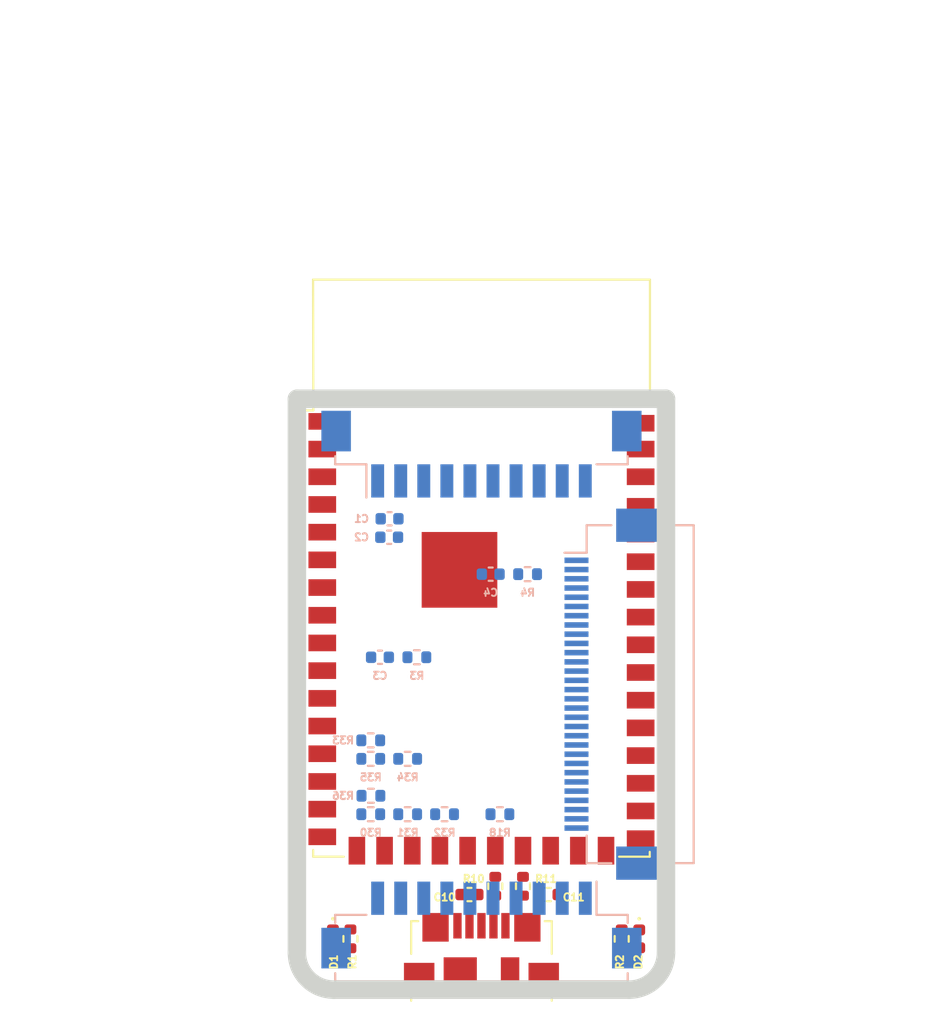
<source format=kicad_pcb>
(kicad_pcb (version 20171130) (host pcbnew 5.1.7)

  (general
    (thickness 1)
    (drawings 8)
    (tracks 0)
    (zones 0)
    (modules 27)
    (nets 53)
  )

  (page A4)
  (title_block
    (title FM01-ES2-1-PCB)
    (date 2020-10-28)
    (rev v0.1)
    (company sceext)
  )

  (layers
    (0 F.Cu mixed)
    (31 B.Cu mixed)
    (32 B.Adhes user)
    (33 F.Adhes user)
    (34 B.Paste user)
    (35 F.Paste user)
    (36 B.SilkS user)
    (37 F.SilkS user)
    (38 B.Mask user)
    (39 F.Mask user)
    (40 Dwgs.User user)
    (41 Cmts.User user)
    (42 Eco1.User user)
    (43 Eco2.User user)
    (44 Edge.Cuts user)
    (45 Margin user)
    (46 B.CrtYd user)
    (47 F.CrtYd user)
    (48 B.Fab user hide)
    (49 F.Fab user hide)
  )

  (setup
    (last_trace_width 0.25)
    (trace_clearance 0.2)
    (zone_clearance 0.508)
    (zone_45_only no)
    (trace_min 0.2)
    (via_size 0.8)
    (via_drill 0.4)
    (via_min_size 0.4)
    (via_min_drill 0.3)
    (uvia_size 0.3)
    (uvia_drill 0.1)
    (uvias_allowed no)
    (uvia_min_size 0.2)
    (uvia_min_drill 0.1)
    (edge_width 1)
    (segment_width 0.2)
    (pcb_text_width 0.2)
    (pcb_text_size 1 1)
    (mod_edge_width 0.2)
    (mod_text_size 0.4 0.4)
    (mod_text_width 0.1)
    (pad_size 1.524 1.524)
    (pad_drill 0.762)
    (pad_to_mask_clearance 0)
    (aux_axis_origin 180 68)
    (grid_origin 190 84)
    (visible_elements FFFDFF7F)
    (pcbplotparams
      (layerselection 0x010fc_ffffffff)
      (usegerberextensions false)
      (usegerberattributes true)
      (usegerberadvancedattributes true)
      (creategerberjobfile true)
      (excludeedgelayer true)
      (linewidth 0.100000)
      (plotframeref false)
      (viasonmask false)
      (mode 1)
      (useauxorigin false)
      (hpglpennumber 1)
      (hpglpenspeed 20)
      (hpglpendiameter 15.000000)
      (psnegative false)
      (psa4output false)
      (plotreference true)
      (plotvalue true)
      (plotinvisibletext false)
      (padsonsilk false)
      (subtractmaskfromsilk false)
      (outputformat 1)
      (mirror false)
      (drillshape 1)
      (scaleselection 1)
      (outputdirectory ""))
  )

  (net 0 "")
  (net 1 GND)
  (net 2 +3V3)
  (net 3 /EN)
  (net 4 /RESET)
  (net 5 /USB_D1-)
  (net 6 /USB_D1+)
  (net 7 "Net-(D1-Pad2)")
  (net 8 "Net-(D2-Pad2)")
  (net 9 /LED1)
  (net 10 "Net-(J1-Pad4)")
  (net 11 "Net-(J1-Pad1)")
  (net 12 /IO8)
  (net 13 /IO7)
  (net 14 /IO6)
  (net 15 /IO5)
  (net 16 /IO4)
  (net 17 /IO3)
  (net 18 /IO2)
  (net 19 /IO1)
  (net 20 /VBAT)
  (net 21 /IO18)
  (net 22 /IO17)
  (net 23 /IO16)
  (net 24 /IO15)
  (net 25 /IO14)
  (net 26 /IO13)
  (net 27 /VI)
  (net 28 /IO12)
  (net 29 /IO11)
  (net 30 /IO10)
  (net 31 /IO9)
  (net 32 /IO33)
  (net 33 /IO34)
  (net 34 /IO35)
  (net 35 /IO36)
  (net 36 /IO37)
  (net 37 /IO38)
  (net 38 /TCK)
  (net 39 /TDO)
  (net 40 /TDI)
  (net 41 /TMS)
  (net 42 /TXD0)
  (net 43 /RXD0)
  (net 44 /BOOT_LOG)
  (net 45 /BOOT)
  (net 46 /USB_D0-)
  (net 47 /USB_D0+)
  (net 48 "Net-(R30-Pad2)")
  (net 49 "Net-(R31-Pad1)")
  (net 50 "Net-(R33-Pad1)")
  (net 51 "Net-(U1-Pad25)")
  (net 52 "Net-(U1-Pad39)")

  (net_class Default "This is the default net class."
    (clearance 0.2)
    (trace_width 0.25)
    (via_dia 0.8)
    (via_drill 0.4)
    (uvia_dia 0.3)
    (uvia_drill 0.1)
    (add_net +3V3)
    (add_net /BOOT)
    (add_net /BOOT_LOG)
    (add_net /EN)
    (add_net /IO1)
    (add_net /IO10)
    (add_net /IO11)
    (add_net /IO12)
    (add_net /IO13)
    (add_net /IO14)
    (add_net /IO15)
    (add_net /IO16)
    (add_net /IO17)
    (add_net /IO18)
    (add_net /IO2)
    (add_net /IO3)
    (add_net /IO33)
    (add_net /IO34)
    (add_net /IO35)
    (add_net /IO36)
    (add_net /IO37)
    (add_net /IO38)
    (add_net /IO4)
    (add_net /IO5)
    (add_net /IO6)
    (add_net /IO7)
    (add_net /IO8)
    (add_net /IO9)
    (add_net /LED1)
    (add_net /RESET)
    (add_net /RXD0)
    (add_net /TCK)
    (add_net /TDI)
    (add_net /TDO)
    (add_net /TMS)
    (add_net /TXD0)
    (add_net /USB_D0+)
    (add_net /USB_D0-)
    (add_net /USB_D1+)
    (add_net /USB_D1-)
    (add_net /VBAT)
    (add_net /VI)
    (add_net GND)
    (add_net "Net-(D1-Pad2)")
    (add_net "Net-(D2-Pad2)")
    (add_net "Net-(J1-Pad1)")
    (add_net "Net-(J1-Pad4)")
    (add_net "Net-(R30-Pad2)")
    (add_net "Net-(R31-Pad1)")
    (add_net "Net-(R33-Pad1)")
    (add_net "Net-(U1-Pad25)")
    (add_net "Net-(U1-Pad39)")
  )

  (module RF_Module:ESP32-S2-WROVER (layer F.Cu) (tedit 5E764C18) (tstamp 5F99AE3F)
    (at 190 81)
    (descr "ESP32-S2-WROVER(-I) 2.4 GHz Wi-Fi https://www.espressif.com/sites/default/files/documentation/esp32-s2-wroom_esp32-s2-wroom-i_datasheet_en.pdf")
    (tags "ESP32-S2  ESP32  WIFI")
    (path /5F983AD7)
    (attr smd)
    (fp_text reference U1 (at -8.5 13 90) (layer F.SilkS) hide
      (effects (font (size 0.4 0.4) (thickness 0.1)))
    )
    (fp_text value ESP32-S2-WROVER-I (at 0.04 13.145 180) (layer F.Fab)
      (effects (font (size 1 1) (thickness 0.15)))
    )
    (fp_text user ANTENNA (at 0 -16.15) (layer Cmts.User)
      (effects (font (size 1.25 1.25) (thickness 0.15)))
    )
    (fp_text user "KEEP-OUT ZONE" (at 0 -27.09) (layer Cmts.User)
      (effects (font (size 2 2) (thickness 0.15)))
    )
    (fp_text user %R (at 0 0) (layer F.Fab)
      (effects (font (size 0.4 0.4) (thickness 0.1)))
    )
    (fp_line (start 9 -13.023) (end -9 -13.023) (layer F.Fab) (width 0.1))
    (fp_line (start 9 -19.32) (end 9 11.68) (layer F.Fab) (width 0.1))
    (fp_line (start -9 -19.323) (end 9 -19.323) (layer F.Fab) (width 0.1))
    (fp_line (start -9 -19.32) (end -9 -13.02) (layer F.Fab) (width 0.1))
    (fp_line (start -9 11.68) (end 9 11.68) (layer F.Fab) (width 0.1))
    (fp_line (start -9.12 11.8) (end -7.46 11.8) (layer F.SilkS) (width 0.12))
    (fp_line (start -9.12 11.44) (end -9.12 11.8) (layer F.SilkS) (width 0.12))
    (fp_line (start 9.12 11.8) (end 7.46 11.8) (layer F.SilkS) (width 0.12))
    (fp_line (start 9.12 11.54) (end 9.12 11.8) (layer F.SilkS) (width 0.12))
    (fp_line (start -9.125 -19.45) (end 9.13 -19.45) (layer F.SilkS) (width 0.12))
    (fp_line (start -9.11 -12.37) (end -9.125 -19.45) (layer F.SilkS) (width 0.12))
    (fp_line (start 9.13 -13.03) (end 9.13 -19.45) (layer F.SilkS) (width 0.12))
    (fp_line (start -9.63 -12.77) (end -9.63 12.47) (layer F.CrtYd) (width 0.05))
    (fp_line (start 9.63 12.47) (end 9.63 -12.77) (layer F.CrtYd) (width 0.05))
    (fp_line (start -9.63 12.47) (end 9.63 12.47) (layer F.CrtYd) (width 0.05))
    (fp_line (start -9.11 -12.37) (end -9.5 -12.37) (layer F.SilkS) (width 0.12))
    (fp_line (start -24 -13.023) (end 24 -13.023) (layer Dwgs.User) (width 0.12))
    (fp_line (start -24 -34.323) (end 24 -34.323) (layer Dwgs.User) (width 0.12))
    (fp_line (start 24 -34.323) (end 24 -13.023) (layer Dwgs.User) (width 0.12))
    (fp_line (start -24 -34.323) (end -24 -13.023) (layer Dwgs.User) (width 0.12))
    (fp_line (start 24 -15.03) (end 22 -13.03) (layer Dwgs.User) (width 0.12))
    (fp_line (start 24 -20.04) (end 17 -13.03) (layer Dwgs.User) (width 0.12))
    (fp_line (start 24 -25.02) (end 12 -13.03) (layer Dwgs.User) (width 0.12))
    (fp_line (start 24 -30.04) (end 7.01 -13.03) (layer Dwgs.User) (width 0.12))
    (fp_line (start 23.28 -34.32) (end 2 -13.03) (layer Dwgs.User) (width 0.12))
    (fp_line (start 18.31 -34.32) (end -2.95 -13.03) (layer Dwgs.User) (width 0.12))
    (fp_line (start 13.28 -34.32) (end -7.99 -13.03) (layer Dwgs.User) (width 0.12))
    (fp_line (start 8.26 -34.32) (end -13.01 -13.02) (layer Dwgs.User) (width 0.12))
    (fp_line (start 3.27 -34.32) (end -18 -13.03) (layer Dwgs.User) (width 0.12))
    (fp_line (start -1.73 -34.32) (end -23 -13.03) (layer Dwgs.User) (width 0.12))
    (fp_line (start -6.7 -34.32) (end -24 -17.01) (layer Dwgs.User) (width 0.12))
    (fp_line (start -11.69 -34.32) (end -24 -22.01) (layer Dwgs.User) (width 0.12))
    (fp_line (start -16.69 -34.32) (end -24 -27) (layer Dwgs.User) (width 0.12))
    (fp_line (start -21.69 -34.32) (end -23.99 -32.02) (layer Dwgs.User) (width 0.12))
    (fp_line (start 9.63 -12.77) (end 24.25 -12.77) (layer F.CrtYd) (width 0.05))
    (fp_line (start 24.25 -12.77) (end 24.25 -34.57) (layer F.CrtYd) (width 0.05))
    (fp_line (start 24.25 -34.57) (end -24.25 -34.57) (layer F.CrtYd) (width 0.05))
    (fp_line (start -24.25 -34.57) (end -24.25 -12.77) (layer F.CrtYd) (width 0.05))
    (fp_line (start -24.25 -12.77) (end -9.63 -12.77) (layer F.CrtYd) (width 0.05))
    (fp_line (start -9 -12.02) (end -8.5 -12.52) (layer F.Fab) (width 0.1))
    (fp_line (start -8.5 -12.52) (end -9 -13.02) (layer F.Fab) (width 0.1))
    (fp_line (start -9 -12.02) (end -9 11.68) (layer F.Fab) (width 0.1))
    (pad 1 smd rect (at -8.625 -11.775) (size 1.5 0.9) (layers F.Cu F.Paste F.Mask)
      (net 1 GND))
    (pad 15 smd rect (at -8.625 9.225 180) (size 1.5 0.9) (layers F.Cu F.Paste F.Mask)
      (net 28 /IO12))
    (pad 16 smd rect (at -8.625 10.725 180) (size 1.5 0.9) (layers F.Cu F.Paste F.Mask)
      (net 26 /IO13))
    (pad 17 smd rect (at -6.75 11.475) (size 0.9 1.5) (layers F.Cu F.Paste F.Mask)
      (net 25 /IO14))
    (pad 18 smd rect (at -5.25 11.475) (size 0.9 1.5) (layers F.Cu F.Paste F.Mask)
      (net 24 /IO15))
    (pad 19 smd rect (at -3.75 11.475) (size 0.9 1.5) (layers F.Cu F.Paste F.Mask)
      (net 23 /IO16))
    (pad 20 smd rect (at -2.25 11.475) (size 0.9 1.5) (layers F.Cu F.Paste F.Mask)
      (net 22 /IO17))
    (pad 21 smd rect (at -0.75 11.475) (size 0.9 1.5) (layers F.Cu F.Paste F.Mask)
      (net 21 /IO18))
    (pad 22 smd rect (at 0.75 11.475) (size 0.9 1.5) (layers F.Cu F.Paste F.Mask)
      (net 46 /USB_D0-))
    (pad 23 smd rect (at 2.25 11.475) (size 0.9 1.5) (layers F.Cu F.Paste F.Mask)
      (net 47 /USB_D0+))
    (pad 24 smd rect (at 3.75 11.475) (size 0.9 1.5) (layers F.Cu F.Paste F.Mask)
      (net 9 /LED1))
    (pad 2 smd rect (at -8.625 -10.275) (size 1.5 0.9) (layers F.Cu F.Paste F.Mask)
      (net 2 +3V3))
    (pad 3 smd rect (at -8.625 -8.775) (size 1.5 0.9) (layers F.Cu F.Paste F.Mask)
      (net 45 /BOOT))
    (pad 4 smd rect (at -8.625 -7.275) (size 1.5 0.9) (layers F.Cu F.Paste F.Mask)
      (net 19 /IO1))
    (pad 5 smd rect (at -8.625 -5.775) (size 1.5 0.9) (layers F.Cu F.Paste F.Mask)
      (net 18 /IO2))
    (pad 6 smd rect (at -8.625 -4.275) (size 1.5 0.9) (layers F.Cu F.Paste F.Mask)
      (net 17 /IO3))
    (pad 7 smd rect (at -8.625 -2.775) (size 1.5 0.9) (layers F.Cu F.Paste F.Mask)
      (net 16 /IO4))
    (pad 8 smd rect (at -8.625 -1.275) (size 1.5 0.9) (layers F.Cu F.Paste F.Mask)
      (net 15 /IO5))
    (pad 9 smd rect (at -8.625 0.225) (size 1.5 0.9) (layers F.Cu F.Paste F.Mask)
      (net 14 /IO6))
    (pad 10 smd rect (at -8.625 1.725) (size 1.5 0.9) (layers F.Cu F.Paste F.Mask)
      (net 13 /IO7))
    (pad 11 smd rect (at -8.625 3.225) (size 1.5 0.9) (layers F.Cu F.Paste F.Mask)
      (net 12 /IO8))
    (pad 12 smd rect (at -8.625 4.725) (size 1.5 0.9) (layers F.Cu F.Paste F.Mask)
      (net 31 /IO9))
    (pad 13 smd rect (at -8.625 6.225) (size 1.5 0.9) (layers F.Cu F.Paste F.Mask)
      (net 30 /IO10))
    (pad 14 smd rect (at -8.625 7.725) (size 1.5 0.9) (layers F.Cu F.Paste F.Mask)
      (net 29 /IO11))
    (pad 38 smd rect (at 8.625 -5.675) (size 1.5 0.9) (layers F.Cu F.Paste F.Mask)
      (net 43 /RXD0))
    (pad 37 smd rect (at 8.625 -4.175) (size 1.5 0.9) (layers F.Cu F.Paste F.Mask)
      (net 42 /TXD0))
    (pad 36 smd rect (at 8.625 -2.675) (size 1.5 0.9) (layers F.Cu F.Paste F.Mask)
      (net 41 /TMS))
    (pad 35 smd rect (at 8.625 -1.175) (size 1.5 0.9) (layers F.Cu F.Paste F.Mask)
      (net 40 /TDI))
    (pad 34 smd rect (at 8.625 0.325) (size 1.5 0.9) (layers F.Cu F.Paste F.Mask)
      (net 39 /TDO))
    (pad 33 smd rect (at 8.625 1.825) (size 1.5 0.9) (layers F.Cu F.Paste F.Mask)
      (net 38 /TCK))
    (pad 32 smd rect (at 8.625 3.325) (size 1.5 0.9) (layers F.Cu F.Paste F.Mask)
      (net 37 /IO38))
    (pad 31 smd rect (at 8.625 4.825) (size 1.5 0.9) (layers F.Cu F.Paste F.Mask)
      (net 36 /IO37))
    (pad 30 smd rect (at 8.625 6.325) (size 1.5 0.9) (layers F.Cu F.Paste F.Mask)
      (net 35 /IO36))
    (pad 29 smd rect (at 8.625 7.825) (size 1.5 0.9) (layers F.Cu F.Paste F.Mask)
      (net 34 /IO35))
    (pad 28 smd rect (at 8.625 9.325) (size 1.5 0.9) (layers F.Cu F.Paste F.Mask)
      (net 33 /IO34))
    (pad 27 smd rect (at 8.625 10.825) (size 1.5 0.9) (layers F.Cu F.Paste F.Mask)
      (net 32 /IO33))
    (pad 26 smd rect (at 6.75 11.475) (size 0.9 1.5) (layers F.Cu F.Paste F.Mask)
      (net 1 GND))
    (pad 25 smd rect (at 5.25 11.475) (size 0.9 1.5) (layers F.Cu F.Paste F.Mask)
      (net 51 "Net-(U1-Pad25)"))
    (pad 39 smd rect (at 8.625 -7.175) (size 1.5 0.9) (layers F.Cu F.Paste F.Mask)
      (net 52 "Net-(U1-Pad39)"))
    (pad 40 smd rect (at 8.625 -8.775) (size 1.5 0.9) (layers F.Cu F.Paste F.Mask)
      (net 44 /BOOT_LOG))
    (pad 41 smd rect (at 8.625 -10.275) (size 1.5 0.9) (layers F.Cu F.Paste F.Mask)
      (net 3 /EN))
    (pad 42 smd rect (at 8.625 -11.675) (size 1.5 0.9) (layers F.Cu F.Paste F.Mask)
      (net 1 GND))
    (pad 43 smd rect (at -1.19 -3.735) (size 4.1 4.1) (layers F.Cu F.Paste F.Mask)
      (net 1 GND))
    (model ${KISYS3DMOD}/RF_Module.3dshapes/ESP32-S2-WROVER.wrl
      (at (xyz 0 0 0))
      (scale (xyz 1 1 1))
      (rotate (xyz 0 0 0))
    )
  )

  (module Resistor_SMD:R_0402_1005Metric (layer B.Cu) (tedit 5F68FEEE) (tstamp 5F9926F9)
    (at 184.01 89.5)
    (descr "Resistor SMD 0402 (1005 Metric), square (rectangular) end terminal, IPC_7351 nominal, (Body size source: IPC-SM-782 page 72, https://www.pcb-3d.com/wordpress/wp-content/uploads/ipc-sm-782a_amendment_1_and_2.pdf), generated with kicad-footprint-generator")
    (tags resistor)
    (path /5F9FBFC2)
    (attr smd)
    (fp_text reference R36 (at -1.51 0) (layer B.SilkS)
      (effects (font (size 0.4 0.4) (thickness 0.1)) (justify mirror))
    )
    (fp_text value 0 (at 0 -1.17) (layer B.Fab)
      (effects (font (size 1 1) (thickness 0.15)) (justify mirror))
    )
    (fp_text user %R (at 0 0) (layer B.Fab)
      (effects (font (size 0.4 0.4) (thickness 0.1)) (justify mirror))
    )
    (fp_line (start -0.525 -0.27) (end -0.525 0.27) (layer B.Fab) (width 0.1))
    (fp_line (start -0.525 0.27) (end 0.525 0.27) (layer B.Fab) (width 0.1))
    (fp_line (start 0.525 0.27) (end 0.525 -0.27) (layer B.Fab) (width 0.1))
    (fp_line (start 0.525 -0.27) (end -0.525 -0.27) (layer B.Fab) (width 0.1))
    (fp_line (start -0.153641 0.38) (end 0.153641 0.38) (layer B.SilkS) (width 0.12))
    (fp_line (start -0.153641 -0.38) (end 0.153641 -0.38) (layer B.SilkS) (width 0.12))
    (fp_line (start -0.93 -0.47) (end -0.93 0.47) (layer B.CrtYd) (width 0.05))
    (fp_line (start -0.93 0.47) (end 0.93 0.47) (layer B.CrtYd) (width 0.05))
    (fp_line (start 0.93 0.47) (end 0.93 -0.47) (layer B.CrtYd) (width 0.05))
    (fp_line (start 0.93 -0.47) (end -0.93 -0.47) (layer B.CrtYd) (width 0.05))
    (pad 2 smd roundrect (at 0.51 0) (size 0.54 0.64) (layers B.Cu B.Paste B.Mask) (roundrect_rratio 0.25)
      (net 48 "Net-(R30-Pad2)"))
    (pad 1 smd roundrect (at -0.51 0) (size 0.54 0.64) (layers B.Cu B.Paste B.Mask) (roundrect_rratio 0.25)
      (net 31 /IO9))
    (model ${KISYS3DMOD}/Resistor_SMD.3dshapes/R_0402_1005Metric.wrl
      (at (xyz 0 0 0))
      (scale (xyz 1 1 1))
      (rotate (xyz 0 0 0))
    )
  )

  (module Resistor_SMD:R_0402_1005Metric (layer B.Cu) (tedit 5F68FEEE) (tstamp 5F9926E8)
    (at 184 86.5)
    (descr "Resistor SMD 0402 (1005 Metric), square (rectangular) end terminal, IPC_7351 nominal, (Body size source: IPC-SM-782 page 72, https://www.pcb-3d.com/wordpress/wp-content/uploads/ipc-sm-782a_amendment_1_and_2.pdf), generated with kicad-footprint-generator")
    (tags resistor)
    (path /5F9FC56A)
    (attr smd)
    (fp_text reference R35 (at 0 2) (layer B.SilkS)
      (effects (font (size 0.4 0.4) (thickness 0.1)) (justify mirror))
    )
    (fp_text value 0 (at 0 -1.17) (layer B.Fab)
      (effects (font (size 1 1) (thickness 0.15)) (justify mirror))
    )
    (fp_text user %R (at 0 0) (layer B.Fab)
      (effects (font (size 0.4 0.4) (thickness 0.1)) (justify mirror))
    )
    (fp_line (start -0.525 -0.27) (end -0.525 0.27) (layer B.Fab) (width 0.1))
    (fp_line (start -0.525 0.27) (end 0.525 0.27) (layer B.Fab) (width 0.1))
    (fp_line (start 0.525 0.27) (end 0.525 -0.27) (layer B.Fab) (width 0.1))
    (fp_line (start 0.525 -0.27) (end -0.525 -0.27) (layer B.Fab) (width 0.1))
    (fp_line (start -0.153641 0.38) (end 0.153641 0.38) (layer B.SilkS) (width 0.12))
    (fp_line (start -0.153641 -0.38) (end 0.153641 -0.38) (layer B.SilkS) (width 0.12))
    (fp_line (start -0.93 -0.47) (end -0.93 0.47) (layer B.CrtYd) (width 0.05))
    (fp_line (start -0.93 0.47) (end 0.93 0.47) (layer B.CrtYd) (width 0.05))
    (fp_line (start 0.93 0.47) (end 0.93 -0.47) (layer B.CrtYd) (width 0.05))
    (fp_line (start 0.93 -0.47) (end -0.93 -0.47) (layer B.CrtYd) (width 0.05))
    (pad 2 smd roundrect (at 0.51 0) (size 0.54 0.64) (layers B.Cu B.Paste B.Mask) (roundrect_rratio 0.25)
      (net 50 "Net-(R33-Pad1)"))
    (pad 1 smd roundrect (at -0.51 0) (size 0.54 0.64) (layers B.Cu B.Paste B.Mask) (roundrect_rratio 0.25)
      (net 30 /IO10))
    (model ${KISYS3DMOD}/Resistor_SMD.3dshapes/R_0402_1005Metric.wrl
      (at (xyz 0 0 0))
      (scale (xyz 1 1 1))
      (rotate (xyz 0 0 0))
    )
  )

  (module Resistor_SMD:R_0402_1005Metric (layer B.Cu) (tedit 5F68FEEE) (tstamp 5F993008)
    (at 186 87.5 180)
    (descr "Resistor SMD 0402 (1005 Metric), square (rectangular) end terminal, IPC_7351 nominal, (Body size source: IPC-SM-782 page 72, https://www.pcb-3d.com/wordpress/wp-content/uploads/ipc-sm-782a_amendment_1_and_2.pdf), generated with kicad-footprint-generator")
    (tags resistor)
    (path /5F9FA379)
    (attr smd)
    (fp_text reference R34 (at 0 -1) (layer B.SilkS)
      (effects (font (size 0.4 0.4) (thickness 0.1)) (justify mirror))
    )
    (fp_text value 10k (at 0 -1.17) (layer B.Fab)
      (effects (font (size 1 1) (thickness 0.15)) (justify mirror))
    )
    (fp_text user %R (at 0 0) (layer B.Fab)
      (effects (font (size 0.4 0.4) (thickness 0.1)) (justify mirror))
    )
    (fp_line (start -0.525 -0.27) (end -0.525 0.27) (layer B.Fab) (width 0.1))
    (fp_line (start -0.525 0.27) (end 0.525 0.27) (layer B.Fab) (width 0.1))
    (fp_line (start 0.525 0.27) (end 0.525 -0.27) (layer B.Fab) (width 0.1))
    (fp_line (start 0.525 -0.27) (end -0.525 -0.27) (layer B.Fab) (width 0.1))
    (fp_line (start -0.153641 0.38) (end 0.153641 0.38) (layer B.SilkS) (width 0.12))
    (fp_line (start -0.153641 -0.38) (end 0.153641 -0.38) (layer B.SilkS) (width 0.12))
    (fp_line (start -0.93 -0.47) (end -0.93 0.47) (layer B.CrtYd) (width 0.05))
    (fp_line (start -0.93 0.47) (end 0.93 0.47) (layer B.CrtYd) (width 0.05))
    (fp_line (start 0.93 0.47) (end 0.93 -0.47) (layer B.CrtYd) (width 0.05))
    (fp_line (start 0.93 -0.47) (end -0.93 -0.47) (layer B.CrtYd) (width 0.05))
    (pad 2 smd roundrect (at 0.51 0 180) (size 0.54 0.64) (layers B.Cu B.Paste B.Mask) (roundrect_rratio 0.25)
      (net 50 "Net-(R33-Pad1)"))
    (pad 1 smd roundrect (at -0.51 0 180) (size 0.54 0.64) (layers B.Cu B.Paste B.Mask) (roundrect_rratio 0.25)
      (net 20 /VBAT))
    (model ${KISYS3DMOD}/Resistor_SMD.3dshapes/R_0402_1005Metric.wrl
      (at (xyz 0 0 0))
      (scale (xyz 1 1 1))
      (rotate (xyz 0 0 0))
    )
  )

  (module Resistor_SMD:R_0402_1005Metric (layer B.Cu) (tedit 5F68FEEE) (tstamp 5F9926C6)
    (at 184 87.5 180)
    (descr "Resistor SMD 0402 (1005 Metric), square (rectangular) end terminal, IPC_7351 nominal, (Body size source: IPC-SM-782 page 72, https://www.pcb-3d.com/wordpress/wp-content/uploads/ipc-sm-782a_amendment_1_and_2.pdf), generated with kicad-footprint-generator")
    (tags resistor)
    (path /5F9F9DE5)
    (attr smd)
    (fp_text reference R33 (at 1.5 1) (layer B.SilkS)
      (effects (font (size 0.4 0.4) (thickness 0.1)) (justify mirror))
    )
    (fp_text value 1k (at 0 -1.17) (layer B.Fab)
      (effects (font (size 1 1) (thickness 0.15)) (justify mirror))
    )
    (fp_text user %R (at 0 0) (layer B.Fab)
      (effects (font (size 0.4 0.4) (thickness 0.1)) (justify mirror))
    )
    (fp_line (start -0.525 -0.27) (end -0.525 0.27) (layer B.Fab) (width 0.1))
    (fp_line (start -0.525 0.27) (end 0.525 0.27) (layer B.Fab) (width 0.1))
    (fp_line (start 0.525 0.27) (end 0.525 -0.27) (layer B.Fab) (width 0.1))
    (fp_line (start 0.525 -0.27) (end -0.525 -0.27) (layer B.Fab) (width 0.1))
    (fp_line (start -0.153641 0.38) (end 0.153641 0.38) (layer B.SilkS) (width 0.12))
    (fp_line (start -0.153641 -0.38) (end 0.153641 -0.38) (layer B.SilkS) (width 0.12))
    (fp_line (start -0.93 -0.47) (end -0.93 0.47) (layer B.CrtYd) (width 0.05))
    (fp_line (start -0.93 0.47) (end 0.93 0.47) (layer B.CrtYd) (width 0.05))
    (fp_line (start 0.93 0.47) (end 0.93 -0.47) (layer B.CrtYd) (width 0.05))
    (fp_line (start 0.93 -0.47) (end -0.93 -0.47) (layer B.CrtYd) (width 0.05))
    (pad 2 smd roundrect (at 0.51 0 180) (size 0.54 0.64) (layers B.Cu B.Paste B.Mask) (roundrect_rratio 0.25)
      (net 1 GND))
    (pad 1 smd roundrect (at -0.51 0 180) (size 0.54 0.64) (layers B.Cu B.Paste B.Mask) (roundrect_rratio 0.25)
      (net 50 "Net-(R33-Pad1)"))
    (model ${KISYS3DMOD}/Resistor_SMD.3dshapes/R_0402_1005Metric.wrl
      (at (xyz 0 0 0))
      (scale (xyz 1 1 1))
      (rotate (xyz 0 0 0))
    )
  )

  (module Resistor_SMD:R_0402_1005Metric (layer B.Cu) (tedit 5F68FEEE) (tstamp 5F9939C2)
    (at 188 90.5 180)
    (descr "Resistor SMD 0402 (1005 Metric), square (rectangular) end terminal, IPC_7351 nominal, (Body size source: IPC-SM-782 page 72, https://www.pcb-3d.com/wordpress/wp-content/uploads/ipc-sm-782a_amendment_1_and_2.pdf), generated with kicad-footprint-generator")
    (tags resistor)
    (path /5F9F97DF)
    (attr smd)
    (fp_text reference R32 (at 0 -1) (layer B.SilkS)
      (effects (font (size 0.4 0.4) (thickness 0.1)) (justify mirror))
    )
    (fp_text value 1k (at 0 -1.17) (layer B.Fab)
      (effects (font (size 1 1) (thickness 0.15)) (justify mirror))
    )
    (fp_text user %R (at 0 0) (layer B.Fab)
      (effects (font (size 0.4 0.4) (thickness 0.1)) (justify mirror))
    )
    (fp_line (start -0.525 -0.27) (end -0.525 0.27) (layer B.Fab) (width 0.1))
    (fp_line (start -0.525 0.27) (end 0.525 0.27) (layer B.Fab) (width 0.1))
    (fp_line (start 0.525 0.27) (end 0.525 -0.27) (layer B.Fab) (width 0.1))
    (fp_line (start 0.525 -0.27) (end -0.525 -0.27) (layer B.Fab) (width 0.1))
    (fp_line (start -0.153641 0.38) (end 0.153641 0.38) (layer B.SilkS) (width 0.12))
    (fp_line (start -0.153641 -0.38) (end 0.153641 -0.38) (layer B.SilkS) (width 0.12))
    (fp_line (start -0.93 -0.47) (end -0.93 0.47) (layer B.CrtYd) (width 0.05))
    (fp_line (start -0.93 0.47) (end 0.93 0.47) (layer B.CrtYd) (width 0.05))
    (fp_line (start 0.93 0.47) (end 0.93 -0.47) (layer B.CrtYd) (width 0.05))
    (fp_line (start 0.93 -0.47) (end -0.93 -0.47) (layer B.CrtYd) (width 0.05))
    (pad 2 smd roundrect (at 0.51 0 180) (size 0.54 0.64) (layers B.Cu B.Paste B.Mask) (roundrect_rratio 0.25)
      (net 49 "Net-(R31-Pad1)"))
    (pad 1 smd roundrect (at -0.51 0 180) (size 0.54 0.64) (layers B.Cu B.Paste B.Mask) (roundrect_rratio 0.25)
      (net 27 /VI))
    (model ${KISYS3DMOD}/Resistor_SMD.3dshapes/R_0402_1005Metric.wrl
      (at (xyz 0 0 0))
      (scale (xyz 1 1 1))
      (rotate (xyz 0 0 0))
    )
  )

  (module Resistor_SMD:R_0402_1005Metric (layer B.Cu) (tedit 5F68FEEE) (tstamp 5F9926A4)
    (at 186 90.5 180)
    (descr "Resistor SMD 0402 (1005 Metric), square (rectangular) end terminal, IPC_7351 nominal, (Body size source: IPC-SM-782 page 72, https://www.pcb-3d.com/wordpress/wp-content/uploads/ipc-sm-782a_amendment_1_and_2.pdf), generated with kicad-footprint-generator")
    (tags resistor)
    (path /5F9F9268)
    (attr smd)
    (fp_text reference R31 (at 0 -1) (layer B.SilkS)
      (effects (font (size 0.4 0.4) (thickness 0.1)) (justify mirror))
    )
    (fp_text value 1k (at 0 -1.17) (layer B.Fab)
      (effects (font (size 1 1) (thickness 0.15)) (justify mirror))
    )
    (fp_text user %R (at 0 0) (layer B.Fab)
      (effects (font (size 0.4 0.4) (thickness 0.1)) (justify mirror))
    )
    (fp_line (start -0.525 -0.27) (end -0.525 0.27) (layer B.Fab) (width 0.1))
    (fp_line (start -0.525 0.27) (end 0.525 0.27) (layer B.Fab) (width 0.1))
    (fp_line (start 0.525 0.27) (end 0.525 -0.27) (layer B.Fab) (width 0.1))
    (fp_line (start 0.525 -0.27) (end -0.525 -0.27) (layer B.Fab) (width 0.1))
    (fp_line (start -0.153641 0.38) (end 0.153641 0.38) (layer B.SilkS) (width 0.12))
    (fp_line (start -0.153641 -0.38) (end 0.153641 -0.38) (layer B.SilkS) (width 0.12))
    (fp_line (start -0.93 -0.47) (end -0.93 0.47) (layer B.CrtYd) (width 0.05))
    (fp_line (start -0.93 0.47) (end 0.93 0.47) (layer B.CrtYd) (width 0.05))
    (fp_line (start 0.93 0.47) (end 0.93 -0.47) (layer B.CrtYd) (width 0.05))
    (fp_line (start 0.93 -0.47) (end -0.93 -0.47) (layer B.CrtYd) (width 0.05))
    (pad 2 smd roundrect (at 0.51 0 180) (size 0.54 0.64) (layers B.Cu B.Paste B.Mask) (roundrect_rratio 0.25)
      (net 48 "Net-(R30-Pad2)"))
    (pad 1 smd roundrect (at -0.51 0 180) (size 0.54 0.64) (layers B.Cu B.Paste B.Mask) (roundrect_rratio 0.25)
      (net 49 "Net-(R31-Pad1)"))
    (model ${KISYS3DMOD}/Resistor_SMD.3dshapes/R_0402_1005Metric.wrl
      (at (xyz 0 0 0))
      (scale (xyz 1 1 1))
      (rotate (xyz 0 0 0))
    )
  )

  (module Resistor_SMD:R_0402_1005Metric (layer B.Cu) (tedit 5F68FEEE) (tstamp 5F992693)
    (at 184 90.5)
    (descr "Resistor SMD 0402 (1005 Metric), square (rectangular) end terminal, IPC_7351 nominal, (Body size source: IPC-SM-782 page 72, https://www.pcb-3d.com/wordpress/wp-content/uploads/ipc-sm-782a_amendment_1_and_2.pdf), generated with kicad-footprint-generator")
    (tags resistor)
    (path /5F9F6F63)
    (attr smd)
    (fp_text reference R30 (at 0 1) (layer B.SilkS)
      (effects (font (size 0.4 0.4) (thickness 0.1)) (justify mirror))
    )
    (fp_text value 1k (at 0 -1.17) (layer B.Fab)
      (effects (font (size 1 1) (thickness 0.15)) (justify mirror))
    )
    (fp_text user %R (at 0 0) (layer B.Fab)
      (effects (font (size 0.4 0.4) (thickness 0.1)) (justify mirror))
    )
    (fp_line (start -0.525 -0.27) (end -0.525 0.27) (layer B.Fab) (width 0.1))
    (fp_line (start -0.525 0.27) (end 0.525 0.27) (layer B.Fab) (width 0.1))
    (fp_line (start 0.525 0.27) (end 0.525 -0.27) (layer B.Fab) (width 0.1))
    (fp_line (start 0.525 -0.27) (end -0.525 -0.27) (layer B.Fab) (width 0.1))
    (fp_line (start -0.153641 0.38) (end 0.153641 0.38) (layer B.SilkS) (width 0.12))
    (fp_line (start -0.153641 -0.38) (end 0.153641 -0.38) (layer B.SilkS) (width 0.12))
    (fp_line (start -0.93 -0.47) (end -0.93 0.47) (layer B.CrtYd) (width 0.05))
    (fp_line (start -0.93 0.47) (end 0.93 0.47) (layer B.CrtYd) (width 0.05))
    (fp_line (start 0.93 0.47) (end 0.93 -0.47) (layer B.CrtYd) (width 0.05))
    (fp_line (start 0.93 -0.47) (end -0.93 -0.47) (layer B.CrtYd) (width 0.05))
    (pad 2 smd roundrect (at 0.51 0) (size 0.54 0.64) (layers B.Cu B.Paste B.Mask) (roundrect_rratio 0.25)
      (net 48 "Net-(R30-Pad2)"))
    (pad 1 smd roundrect (at -0.51 0) (size 0.54 0.64) (layers B.Cu B.Paste B.Mask) (roundrect_rratio 0.25)
      (net 1 GND))
    (model ${KISYS3DMOD}/Resistor_SMD.3dshapes/R_0402_1005Metric.wrl
      (at (xyz 0 0 0))
      (scale (xyz 1 1 1))
      (rotate (xyz 0 0 0))
    )
  )

  (module Resistor_SMD:R_0402_1005Metric (layer B.Cu) (tedit 5F68FEEE) (tstamp 5F992682)
    (at 191 90.5)
    (descr "Resistor SMD 0402 (1005 Metric), square (rectangular) end terminal, IPC_7351 nominal, (Body size source: IPC-SM-782 page 72, https://www.pcb-3d.com/wordpress/wp-content/uploads/ipc-sm-782a_amendment_1_and_2.pdf), generated with kicad-footprint-generator")
    (tags resistor)
    (path /5F9B3071)
    (attr smd)
    (fp_text reference R18 (at 0 1) (layer B.SilkS)
      (effects (font (size 0.4 0.4) (thickness 0.1)) (justify mirror))
    )
    (fp_text value 10k (at 0 -1.17) (layer B.Fab)
      (effects (font (size 1 1) (thickness 0.15)) (justify mirror))
    )
    (fp_text user %R (at 0 0) (layer B.Fab)
      (effects (font (size 0.4 0.4) (thickness 0.1)) (justify mirror))
    )
    (fp_line (start -0.525 -0.27) (end -0.525 0.27) (layer B.Fab) (width 0.1))
    (fp_line (start -0.525 0.27) (end 0.525 0.27) (layer B.Fab) (width 0.1))
    (fp_line (start 0.525 0.27) (end 0.525 -0.27) (layer B.Fab) (width 0.1))
    (fp_line (start 0.525 -0.27) (end -0.525 -0.27) (layer B.Fab) (width 0.1))
    (fp_line (start -0.153641 0.38) (end 0.153641 0.38) (layer B.SilkS) (width 0.12))
    (fp_line (start -0.153641 -0.38) (end 0.153641 -0.38) (layer B.SilkS) (width 0.12))
    (fp_line (start -0.93 -0.47) (end -0.93 0.47) (layer B.CrtYd) (width 0.05))
    (fp_line (start -0.93 0.47) (end 0.93 0.47) (layer B.CrtYd) (width 0.05))
    (fp_line (start 0.93 0.47) (end 0.93 -0.47) (layer B.CrtYd) (width 0.05))
    (fp_line (start 0.93 -0.47) (end -0.93 -0.47) (layer B.CrtYd) (width 0.05))
    (pad 2 smd roundrect (at 0.51 0) (size 0.54 0.64) (layers B.Cu B.Paste B.Mask) (roundrect_rratio 0.25)
      (net 21 /IO18))
    (pad 1 smd roundrect (at -0.51 0) (size 0.54 0.64) (layers B.Cu B.Paste B.Mask) (roundrect_rratio 0.25)
      (net 2 +3V3))
    (model ${KISYS3DMOD}/Resistor_SMD.3dshapes/R_0402_1005Metric.wrl
      (at (xyz 0 0 0))
      (scale (xyz 1 1 1))
      (rotate (xyz 0 0 0))
    )
  )

  (module Resistor_SMD:R_0402_1005Metric (layer F.Cu) (tedit 5F68FEEE) (tstamp 5F99307A)
    (at 192.25 94.4 90)
    (descr "Resistor SMD 0402 (1005 Metric), square (rectangular) end terminal, IPC_7351 nominal, (Body size source: IPC-SM-782 page 72, https://www.pcb-3d.com/wordpress/wp-content/uploads/ipc-sm-782a_amendment_1_and_2.pdf), generated with kicad-footprint-generator")
    (tags resistor)
    (path /5F9BB373)
    (attr smd)
    (fp_text reference R11 (at 0.4 1.25 180) (layer F.SilkS)
      (effects (font (size 0.4 0.4) (thickness 0.1)))
    )
    (fp_text value 0 (at 0 1.17 90) (layer F.Fab)
      (effects (font (size 1 1) (thickness 0.15)))
    )
    (fp_text user %R (at 0 0 90) (layer F.Fab)
      (effects (font (size 0.4 0.4) (thickness 0.1)))
    )
    (fp_line (start -0.525 0.27) (end -0.525 -0.27) (layer F.Fab) (width 0.1))
    (fp_line (start -0.525 -0.27) (end 0.525 -0.27) (layer F.Fab) (width 0.1))
    (fp_line (start 0.525 -0.27) (end 0.525 0.27) (layer F.Fab) (width 0.1))
    (fp_line (start 0.525 0.27) (end -0.525 0.27) (layer F.Fab) (width 0.1))
    (fp_line (start -0.153641 -0.38) (end 0.153641 -0.38) (layer F.SilkS) (width 0.12))
    (fp_line (start -0.153641 0.38) (end 0.153641 0.38) (layer F.SilkS) (width 0.12))
    (fp_line (start -0.93 0.47) (end -0.93 -0.47) (layer F.CrtYd) (width 0.05))
    (fp_line (start -0.93 -0.47) (end 0.93 -0.47) (layer F.CrtYd) (width 0.05))
    (fp_line (start 0.93 -0.47) (end 0.93 0.47) (layer F.CrtYd) (width 0.05))
    (fp_line (start 0.93 0.47) (end -0.93 0.47) (layer F.CrtYd) (width 0.05))
    (pad 2 smd roundrect (at 0.51 0 90) (size 0.54 0.64) (layers F.Cu F.Paste F.Mask) (roundrect_rratio 0.25)
      (net 47 /USB_D0+))
    (pad 1 smd roundrect (at -0.51 0 90) (size 0.54 0.64) (layers F.Cu F.Paste F.Mask) (roundrect_rratio 0.25)
      (net 6 /USB_D1+))
    (model ${KISYS3DMOD}/Resistor_SMD.3dshapes/R_0402_1005Metric.wrl
      (at (xyz 0 0 0))
      (scale (xyz 1 1 1))
      (rotate (xyz 0 0 0))
    )
  )

  (module Resistor_SMD:R_0402_1005Metric (layer F.Cu) (tedit 5F68FEEE) (tstamp 5F992FA6)
    (at 190.75 94.4 90)
    (descr "Resistor SMD 0402 (1005 Metric), square (rectangular) end terminal, IPC_7351 nominal, (Body size source: IPC-SM-782 page 72, https://www.pcb-3d.com/wordpress/wp-content/uploads/ipc-sm-782a_amendment_1_and_2.pdf), generated with kicad-footprint-generator")
    (tags resistor)
    (path /5F9BB976)
    (attr smd)
    (fp_text reference R10 (at 0.4 -1.17 180) (layer F.SilkS)
      (effects (font (size 0.4 0.4) (thickness 0.1)))
    )
    (fp_text value 0 (at 0 1.17 90) (layer F.Fab)
      (effects (font (size 1 1) (thickness 0.15)))
    )
    (fp_text user %R (at 0 0 90) (layer F.Fab)
      (effects (font (size 0.4 0.4) (thickness 0.1)))
    )
    (fp_line (start -0.525 0.27) (end -0.525 -0.27) (layer F.Fab) (width 0.1))
    (fp_line (start -0.525 -0.27) (end 0.525 -0.27) (layer F.Fab) (width 0.1))
    (fp_line (start 0.525 -0.27) (end 0.525 0.27) (layer F.Fab) (width 0.1))
    (fp_line (start 0.525 0.27) (end -0.525 0.27) (layer F.Fab) (width 0.1))
    (fp_line (start -0.153641 -0.38) (end 0.153641 -0.38) (layer F.SilkS) (width 0.12))
    (fp_line (start -0.153641 0.38) (end 0.153641 0.38) (layer F.SilkS) (width 0.12))
    (fp_line (start -0.93 0.47) (end -0.93 -0.47) (layer F.CrtYd) (width 0.05))
    (fp_line (start -0.93 -0.47) (end 0.93 -0.47) (layer F.CrtYd) (width 0.05))
    (fp_line (start 0.93 -0.47) (end 0.93 0.47) (layer F.CrtYd) (width 0.05))
    (fp_line (start 0.93 0.47) (end -0.93 0.47) (layer F.CrtYd) (width 0.05))
    (pad 2 smd roundrect (at 0.51 0 90) (size 0.54 0.64) (layers F.Cu F.Paste F.Mask) (roundrect_rratio 0.25)
      (net 46 /USB_D0-))
    (pad 1 smd roundrect (at -0.51 0 90) (size 0.54 0.64) (layers F.Cu F.Paste F.Mask) (roundrect_rratio 0.25)
      (net 5 /USB_D1-))
    (model ${KISYS3DMOD}/Resistor_SMD.3dshapes/R_0402_1005Metric.wrl
      (at (xyz 0 0 0))
      (scale (xyz 1 1 1))
      (rotate (xyz 0 0 0))
    )
  )

  (module Resistor_SMD:R_0402_1005Metric (layer B.Cu) (tedit 5F68FEEE) (tstamp 5F993992)
    (at 192.5 77.5)
    (descr "Resistor SMD 0402 (1005 Metric), square (rectangular) end terminal, IPC_7351 nominal, (Body size source: IPC-SM-782 page 72, https://www.pcb-3d.com/wordpress/wp-content/uploads/ipc-sm-782a_amendment_1_and_2.pdf), generated with kicad-footprint-generator")
    (tags resistor)
    (path /5F9B44EF)
    (attr smd)
    (fp_text reference R4 (at 0 1) (layer B.SilkS)
      (effects (font (size 0.4 0.4) (thickness 0.1)) (justify mirror))
    )
    (fp_text value 0 (at 0 -1.17) (layer B.Fab)
      (effects (font (size 1 1) (thickness 0.15)) (justify mirror))
    )
    (fp_text user %R (at 0 0) (layer B.Fab)
      (effects (font (size 0.4 0.4) (thickness 0.1)) (justify mirror))
    )
    (fp_line (start -0.525 -0.27) (end -0.525 0.27) (layer B.Fab) (width 0.1))
    (fp_line (start -0.525 0.27) (end 0.525 0.27) (layer B.Fab) (width 0.1))
    (fp_line (start 0.525 0.27) (end 0.525 -0.27) (layer B.Fab) (width 0.1))
    (fp_line (start 0.525 -0.27) (end -0.525 -0.27) (layer B.Fab) (width 0.1))
    (fp_line (start -0.153641 0.38) (end 0.153641 0.38) (layer B.SilkS) (width 0.12))
    (fp_line (start -0.153641 -0.38) (end 0.153641 -0.38) (layer B.SilkS) (width 0.12))
    (fp_line (start -0.93 -0.47) (end -0.93 0.47) (layer B.CrtYd) (width 0.05))
    (fp_line (start -0.93 0.47) (end 0.93 0.47) (layer B.CrtYd) (width 0.05))
    (fp_line (start 0.93 0.47) (end 0.93 -0.47) (layer B.CrtYd) (width 0.05))
    (fp_line (start 0.93 -0.47) (end -0.93 -0.47) (layer B.CrtYd) (width 0.05))
    (pad 2 smd roundrect (at 0.51 0) (size 0.54 0.64) (layers B.Cu B.Paste B.Mask) (roundrect_rratio 0.25)
      (net 3 /EN))
    (pad 1 smd roundrect (at -0.51 0) (size 0.54 0.64) (layers B.Cu B.Paste B.Mask) (roundrect_rratio 0.25)
      (net 4 /RESET))
    (model ${KISYS3DMOD}/Resistor_SMD.3dshapes/R_0402_1005Metric.wrl
      (at (xyz 0 0 0))
      (scale (xyz 1 1 1))
      (rotate (xyz 0 0 0))
    )
  )

  (module Resistor_SMD:R_0402_1005Metric (layer B.Cu) (tedit 5F68FEEE) (tstamp 5F99263E)
    (at 186.5 82)
    (descr "Resistor SMD 0402 (1005 Metric), square (rectangular) end terminal, IPC_7351 nominal, (Body size source: IPC-SM-782 page 72, https://www.pcb-3d.com/wordpress/wp-content/uploads/ipc-sm-782a_amendment_1_and_2.pdf), generated with kicad-footprint-generator")
    (tags resistor)
    (path /5F98F1DB)
    (attr smd)
    (fp_text reference R3 (at 0 1) (layer B.SilkS)
      (effects (font (size 0.4 0.4) (thickness 0.1)) (justify mirror))
    )
    (fp_text value 10k (at 0 -1.17) (layer B.Fab)
      (effects (font (size 1 1) (thickness 0.15)) (justify mirror))
    )
    (fp_text user %R (at 0 0) (layer B.Fab)
      (effects (font (size 0.4 0.4) (thickness 0.1)) (justify mirror))
    )
    (fp_line (start -0.525 -0.27) (end -0.525 0.27) (layer B.Fab) (width 0.1))
    (fp_line (start -0.525 0.27) (end 0.525 0.27) (layer B.Fab) (width 0.1))
    (fp_line (start 0.525 0.27) (end 0.525 -0.27) (layer B.Fab) (width 0.1))
    (fp_line (start 0.525 -0.27) (end -0.525 -0.27) (layer B.Fab) (width 0.1))
    (fp_line (start -0.153641 0.38) (end 0.153641 0.38) (layer B.SilkS) (width 0.12))
    (fp_line (start -0.153641 -0.38) (end 0.153641 -0.38) (layer B.SilkS) (width 0.12))
    (fp_line (start -0.93 -0.47) (end -0.93 0.47) (layer B.CrtYd) (width 0.05))
    (fp_line (start -0.93 0.47) (end 0.93 0.47) (layer B.CrtYd) (width 0.05))
    (fp_line (start 0.93 0.47) (end 0.93 -0.47) (layer B.CrtYd) (width 0.05))
    (fp_line (start 0.93 -0.47) (end -0.93 -0.47) (layer B.CrtYd) (width 0.05))
    (pad 2 smd roundrect (at 0.51 0) (size 0.54 0.64) (layers B.Cu B.Paste B.Mask) (roundrect_rratio 0.25)
      (net 2 +3V3))
    (pad 1 smd roundrect (at -0.51 0) (size 0.54 0.64) (layers B.Cu B.Paste B.Mask) (roundrect_rratio 0.25)
      (net 3 /EN))
    (model ${KISYS3DMOD}/Resistor_SMD.3dshapes/R_0402_1005Metric.wrl
      (at (xyz 0 0 0))
      (scale (xyz 1 1 1))
      (rotate (xyz 0 0 0))
    )
  )

  (module Resistor_SMD:R_0402_1005Metric (layer F.Cu) (tedit 5F68FEEE) (tstamp 5F99B071)
    (at 197.6 97.25 270)
    (descr "Resistor SMD 0402 (1005 Metric), square (rectangular) end terminal, IPC_7351 nominal, (Body size source: IPC-SM-782 page 72, https://www.pcb-3d.com/wordpress/wp-content/uploads/ipc-sm-782a_amendment_1_and_2.pdf), generated with kicad-footprint-generator")
    (tags resistor)
    (path /5F990F26)
    (attr smd)
    (fp_text reference R2 (at 1.25 0.1 90) (layer F.SilkS)
      (effects (font (size 0.4 0.4) (thickness 0.1)))
    )
    (fp_text value 15 (at 0 1.17 90) (layer F.Fab)
      (effects (font (size 1 1) (thickness 0.15)))
    )
    (fp_text user %R (at 0 0 90) (layer F.Fab)
      (effects (font (size 0.4 0.4) (thickness 0.1)))
    )
    (fp_line (start -0.525 0.27) (end -0.525 -0.27) (layer F.Fab) (width 0.1))
    (fp_line (start -0.525 -0.27) (end 0.525 -0.27) (layer F.Fab) (width 0.1))
    (fp_line (start 0.525 -0.27) (end 0.525 0.27) (layer F.Fab) (width 0.1))
    (fp_line (start 0.525 0.27) (end -0.525 0.27) (layer F.Fab) (width 0.1))
    (fp_line (start -0.153641 -0.38) (end 0.153641 -0.38) (layer F.SilkS) (width 0.12))
    (fp_line (start -0.153641 0.38) (end 0.153641 0.38) (layer F.SilkS) (width 0.12))
    (fp_line (start -0.93 0.47) (end -0.93 -0.47) (layer F.CrtYd) (width 0.05))
    (fp_line (start -0.93 -0.47) (end 0.93 -0.47) (layer F.CrtYd) (width 0.05))
    (fp_line (start 0.93 -0.47) (end 0.93 0.47) (layer F.CrtYd) (width 0.05))
    (fp_line (start 0.93 0.47) (end -0.93 0.47) (layer F.CrtYd) (width 0.05))
    (pad 2 smd roundrect (at 0.51 0 270) (size 0.54 0.64) (layers F.Cu F.Paste F.Mask) (roundrect_rratio 0.25)
      (net 8 "Net-(D2-Pad2)"))
    (pad 1 smd roundrect (at -0.51 0 270) (size 0.54 0.64) (layers F.Cu F.Paste F.Mask) (roundrect_rratio 0.25)
      (net 2 +3V3))
    (model ${KISYS3DMOD}/Resistor_SMD.3dshapes/R_0402_1005Metric.wrl
      (at (xyz 0 0 0))
      (scale (xyz 1 1 1))
      (rotate (xyz 0 0 0))
    )
  )

  (module Resistor_SMD:R_0402_1005Metric (layer F.Cu) (tedit 5F68FEEE) (tstamp 5F99261C)
    (at 182.9 97.25 270)
    (descr "Resistor SMD 0402 (1005 Metric), square (rectangular) end terminal, IPC_7351 nominal, (Body size source: IPC-SM-782 page 72, https://www.pcb-3d.com/wordpress/wp-content/uploads/ipc-sm-782a_amendment_1_and_2.pdf), generated with kicad-footprint-generator")
    (tags resistor)
    (path /5F990AA8)
    (attr smd)
    (fp_text reference R1 (at 1.25 -0.1 90) (layer F.SilkS)
      (effects (font (size 0.4 0.4) (thickness 0.1)))
    )
    (fp_text value 15 (at 0 1.17 90) (layer F.Fab)
      (effects (font (size 1 1) (thickness 0.15)))
    )
    (fp_text user %R (at 0 0 90) (layer F.Fab)
      (effects (font (size 0.4 0.4) (thickness 0.1)))
    )
    (fp_line (start -0.525 0.27) (end -0.525 -0.27) (layer F.Fab) (width 0.1))
    (fp_line (start -0.525 -0.27) (end 0.525 -0.27) (layer F.Fab) (width 0.1))
    (fp_line (start 0.525 -0.27) (end 0.525 0.27) (layer F.Fab) (width 0.1))
    (fp_line (start 0.525 0.27) (end -0.525 0.27) (layer F.Fab) (width 0.1))
    (fp_line (start -0.153641 -0.38) (end 0.153641 -0.38) (layer F.SilkS) (width 0.12))
    (fp_line (start -0.153641 0.38) (end 0.153641 0.38) (layer F.SilkS) (width 0.12))
    (fp_line (start -0.93 0.47) (end -0.93 -0.47) (layer F.CrtYd) (width 0.05))
    (fp_line (start -0.93 -0.47) (end 0.93 -0.47) (layer F.CrtYd) (width 0.05))
    (fp_line (start 0.93 -0.47) (end 0.93 0.47) (layer F.CrtYd) (width 0.05))
    (fp_line (start 0.93 0.47) (end -0.93 0.47) (layer F.CrtYd) (width 0.05))
    (pad 2 smd roundrect (at 0.51 0 270) (size 0.54 0.64) (layers F.Cu F.Paste F.Mask) (roundrect_rratio 0.25)
      (net 7 "Net-(D1-Pad2)"))
    (pad 1 smd roundrect (at -0.51 0 270) (size 0.54 0.64) (layers F.Cu F.Paste F.Mask) (roundrect_rratio 0.25)
      (net 2 +3V3))
    (model ${KISYS3DMOD}/Resistor_SMD.3dshapes/R_0402_1005Metric.wrl
      (at (xyz 0 0 0))
      (scale (xyz 1 1 1))
      (rotate (xyz 0 0 0))
    )
  )

  (module Connector_FFC-FPC:Hirose_FH12-30S-0.5SH_1x30-1MP_P0.50mm_Horizontal (layer B.Cu) (tedit 5D24667B) (tstamp 5F99B79F)
    (at 197 84 270)
    (descr "Hirose FH12, FFC/FPC connector, FH12-30S-0.5SH, 30 Pins per row (https://www.hirose.com/product/en/products/FH12/FH12-24S-0.5SH(55)/), generated with kicad-footprint-generator")
    (tags "connector Hirose FH12 horizontal")
    (path /5F998768)
    (attr smd)
    (fp_text reference J4 (at 0 3 270) (layer B.SilkS) hide
      (effects (font (size 0.4 0.4) (thickness 0.1)) (justify mirror))
    )
    (fp_text value Conn_01x30 (at 0 -5.6 270) (layer B.Fab)
      (effects (font (size 1 1) (thickness 0.15)) (justify mirror))
    )
    (fp_text user %R (at 0 -3.7 270) (layer B.Fab)
      (effects (font (size 0.4 0.4) (thickness 0.1)) (justify mirror))
    )
    (fp_line (start 0 1.2) (end -9.05 1.2) (layer B.Fab) (width 0.1))
    (fp_line (start -9.05 1.2) (end -9.05 -3.4) (layer B.Fab) (width 0.1))
    (fp_line (start -9.05 -3.4) (end -8.45 -3.4) (layer B.Fab) (width 0.1))
    (fp_line (start -8.45 -3.4) (end -8.45 -3.7) (layer B.Fab) (width 0.1))
    (fp_line (start -8.45 -3.7) (end -8.95 -3.7) (layer B.Fab) (width 0.1))
    (fp_line (start -8.95 -3.7) (end -8.95 -4.4) (layer B.Fab) (width 0.1))
    (fp_line (start -8.95 -4.4) (end 0 -4.4) (layer B.Fab) (width 0.1))
    (fp_line (start 0 1.2) (end 9.05 1.2) (layer B.Fab) (width 0.1))
    (fp_line (start 9.05 1.2) (end 9.05 -3.4) (layer B.Fab) (width 0.1))
    (fp_line (start 9.05 -3.4) (end 8.45 -3.4) (layer B.Fab) (width 0.1))
    (fp_line (start 8.45 -3.4) (end 8.45 -3.7) (layer B.Fab) (width 0.1))
    (fp_line (start 8.45 -3.7) (end 8.95 -3.7) (layer B.Fab) (width 0.1))
    (fp_line (start 8.95 -3.7) (end 8.95 -4.4) (layer B.Fab) (width 0.1))
    (fp_line (start 8.95 -4.4) (end 0 -4.4) (layer B.Fab) (width 0.1))
    (fp_line (start -7.66 1.3) (end -9.15 1.3) (layer B.SilkS) (width 0.12))
    (fp_line (start -9.15 1.3) (end -9.15 -0.04) (layer B.SilkS) (width 0.12))
    (fp_line (start 7.66 1.3) (end 9.15 1.3) (layer B.SilkS) (width 0.12))
    (fp_line (start 9.15 1.3) (end 9.15 -0.04) (layer B.SilkS) (width 0.12))
    (fp_line (start -9.15 -2.76) (end -9.15 -4.5) (layer B.SilkS) (width 0.12))
    (fp_line (start -9.15 -4.5) (end 9.15 -4.5) (layer B.SilkS) (width 0.12))
    (fp_line (start 9.15 -4.5) (end 9.15 -2.76) (layer B.SilkS) (width 0.12))
    (fp_line (start -7.66 1.3) (end -7.66 2.5) (layer B.SilkS) (width 0.12))
    (fp_line (start -7.75 1.2) (end -7.25 0.492893) (layer B.Fab) (width 0.1))
    (fp_line (start -7.25 0.492893) (end -6.75 1.2) (layer B.Fab) (width 0.1))
    (fp_line (start -10.55 3) (end -10.55 -4.9) (layer B.CrtYd) (width 0.05))
    (fp_line (start -10.55 -4.9) (end 10.55 -4.9) (layer B.CrtYd) (width 0.05))
    (fp_line (start 10.55 -4.9) (end 10.55 3) (layer B.CrtYd) (width 0.05))
    (fp_line (start 10.55 3) (end -10.55 3) (layer B.CrtYd) (width 0.05))
    (pad 30 smd rect (at 7.25 1.85 270) (size 0.3 1.3) (layers B.Cu B.Paste B.Mask)
      (net 1 GND))
    (pad 29 smd rect (at 6.75 1.85 270) (size 0.3 1.3) (layers B.Cu B.Paste B.Mask)
      (net 25 /IO14))
    (pad 28 smd rect (at 6.25 1.85 270) (size 0.3 1.3) (layers B.Cu B.Paste B.Mask)
      (net 26 /IO13))
    (pad 27 smd rect (at 5.75 1.85 270) (size 0.3 1.3) (layers B.Cu B.Paste B.Mask)
      (net 28 /IO12))
    (pad 26 smd rect (at 5.25 1.85 270) (size 0.3 1.3) (layers B.Cu B.Paste B.Mask)
      (net 29 /IO11))
    (pad 25 smd rect (at 4.75 1.85 270) (size 0.3 1.3) (layers B.Cu B.Paste B.Mask)
      (net 30 /IO10))
    (pad 24 smd rect (at 4.25 1.85 270) (size 0.3 1.3) (layers B.Cu B.Paste B.Mask)
      (net 31 /IO9))
    (pad 23 smd rect (at 3.75 1.85 270) (size 0.3 1.3) (layers B.Cu B.Paste B.Mask)
      (net 1 GND))
    (pad 22 smd rect (at 3.25 1.85 270) (size 0.3 1.3) (layers B.Cu B.Paste B.Mask)
      (net 2 +3V3))
    (pad 21 smd rect (at 2.75 1.85 270) (size 0.3 1.3) (layers B.Cu B.Paste B.Mask)
      (net 9 /LED1))
    (pad 20 smd rect (at 2.25 1.85 270) (size 0.3 1.3) (layers B.Cu B.Paste B.Mask)
      (net 1 GND))
    (pad 19 smd rect (at 1.75 1.85 270) (size 0.3 1.3) (layers B.Cu B.Paste B.Mask)
      (net 32 /IO33))
    (pad 18 smd rect (at 1.25 1.85 270) (size 0.3 1.3) (layers B.Cu B.Paste B.Mask)
      (net 33 /IO34))
    (pad 17 smd rect (at 0.75 1.85 270) (size 0.3 1.3) (layers B.Cu B.Paste B.Mask)
      (net 34 /IO35))
    (pad 16 smd rect (at 0.25 1.85 270) (size 0.3 1.3) (layers B.Cu B.Paste B.Mask)
      (net 35 /IO36))
    (pad 15 smd rect (at -0.25 1.85 270) (size 0.3 1.3) (layers B.Cu B.Paste B.Mask)
      (net 36 /IO37))
    (pad 14 smd rect (at -0.75 1.85 270) (size 0.3 1.3) (layers B.Cu B.Paste B.Mask)
      (net 37 /IO38))
    (pad 13 smd rect (at -1.25 1.85 270) (size 0.3 1.3) (layers B.Cu B.Paste B.Mask)
      (net 1 GND))
    (pad 12 smd rect (at -1.75 1.85 270) (size 0.3 1.3) (layers B.Cu B.Paste B.Mask)
      (net 38 /TCK))
    (pad 11 smd rect (at -2.25 1.85 270) (size 0.3 1.3) (layers B.Cu B.Paste B.Mask)
      (net 39 /TDO))
    (pad 10 smd rect (at -2.75 1.85 270) (size 0.3 1.3) (layers B.Cu B.Paste B.Mask)
      (net 40 /TDI))
    (pad 9 smd rect (at -3.25 1.85 270) (size 0.3 1.3) (layers B.Cu B.Paste B.Mask)
      (net 41 /TMS))
    (pad 8 smd rect (at -3.75 1.85 270) (size 0.3 1.3) (layers B.Cu B.Paste B.Mask)
      (net 1 GND))
    (pad 7 smd rect (at -4.25 1.85 270) (size 0.3 1.3) (layers B.Cu B.Paste B.Mask)
      (net 42 /TXD0))
    (pad 6 smd rect (at -4.75 1.85 270) (size 0.3 1.3) (layers B.Cu B.Paste B.Mask)
      (net 43 /RXD0))
    (pad 5 smd rect (at -5.25 1.85 270) (size 0.3 1.3) (layers B.Cu B.Paste B.Mask)
      (net 1 GND))
    (pad 4 smd rect (at -5.75 1.85 270) (size 0.3 1.3) (layers B.Cu B.Paste B.Mask)
      (net 44 /BOOT_LOG))
    (pad 3 smd rect (at -6.25 1.85 270) (size 0.3 1.3) (layers B.Cu B.Paste B.Mask)
      (net 4 /RESET))
    (pad 2 smd rect (at -6.75 1.85 270) (size 0.3 1.3) (layers B.Cu B.Paste B.Mask)
      (net 45 /BOOT))
    (pad 1 smd rect (at -7.25 1.85 270) (size 0.3 1.3) (layers B.Cu B.Paste B.Mask)
      (net 1 GND))
    (pad MP smd rect (at -9.15 -1.4 270) (size 1.8 2.2) (layers B.Cu B.Paste B.Mask))
    (pad MP smd rect (at 9.15 -1.4 270) (size 1.8 2.2) (layers B.Cu B.Paste B.Mask))
    (model ${KISYS3DMOD}/Connector_FFC-FPC.3dshapes/Hirose_FH12-30S-0.5SH_1x30-1MP_P0.50mm_Horizontal.wrl
      (at (xyz 0 0 0))
      (scale (xyz 1 1 1))
      (rotate (xyz 0 0 0))
    )
  )

  (module Connector_Hirose:Hirose_DF13C_CL535-0410-4-51_1x10-1MP_P1.25mm_Vertical (layer B.Cu) (tedit 5D24675A) (tstamp 5F99B63A)
    (at 190 96.5 180)
    (descr "Hirose DF13C SMD, CL535-0410-4-51, 10 Pins per row (https://www.hirose.com/product/en/products/DF13/DF13C-10P-1.25V%2851%29/), generated with kicad-footprint-generator")
    (tags "connector Hirose DF13C vertical")
    (path /5F9975F5)
    (attr smd)
    (fp_text reference J3 (at 0.5 3) (layer B.SilkS) hide
      (effects (font (size 0.4 0.4) (thickness 0.1)) (justify mirror))
    )
    (fp_text value Conn_01x10 (at 0 -4.15) (layer B.Fab)
      (effects (font (size 1 1) (thickness 0.15)) (justify mirror))
    )
    (fp_text user %R (at 0 -2.25) (layer B.Fab)
      (effects (font (size 0.4 0.4) (thickness 0.1)) (justify mirror))
    )
    (fp_text user KEEPOUT (at 0 -0.735) (layer Cmts.User)
      (effects (font (size 1 1) (thickness 0.15)))
    )
    (fp_line (start -7.825 0.45) (end -7.825 -2.95) (layer B.Fab) (width 0.1))
    (fp_line (start -7.825 -2.95) (end 7.825 -2.95) (layer B.Fab) (width 0.1))
    (fp_line (start 7.825 -2.95) (end 7.825 0.45) (layer B.Fab) (width 0.1))
    (fp_line (start 7.825 0.45) (end -7.825 0.45) (layer B.Fab) (width 0.1))
    (fp_line (start -6.235 0.55) (end -7.925 0.55) (layer B.SilkS) (width 0.12))
    (fp_line (start -7.925 0.55) (end -7.925 0.11) (layer B.SilkS) (width 0.12))
    (fp_line (start 6.235 0.55) (end 7.925 0.55) (layer B.SilkS) (width 0.12))
    (fp_line (start 7.925 0.55) (end 7.925 0.11) (layer B.SilkS) (width 0.12))
    (fp_line (start -7.925 -2.61) (end -7.925 -3.05) (layer B.SilkS) (width 0.12))
    (fp_line (start -7.925 -3.05) (end 7.925 -3.05) (layer B.SilkS) (width 0.12))
    (fp_line (start 7.925 -3.05) (end 7.925 -2.61) (layer B.SilkS) (width 0.12))
    (fp_line (start -6.235 0.55) (end -6.235 2.35) (layer B.SilkS) (width 0.12))
    (fp_line (start -6.125 0.45) (end -5.625 -0.257107) (layer B.Fab) (width 0.1))
    (fp_line (start -5.625 -0.257107) (end -5.125 0.45) (layer B.Fab) (width 0.1))
    (fp_line (start -5.975 0.45) (end -5.975 -1.92) (layer Dwgs.User) (width 0.1))
    (fp_line (start -5.975 -1.92) (end 5.975 -1.92) (layer Dwgs.User) (width 0.1))
    (fp_line (start 5.975 -1.92) (end 5.975 0.45) (layer Dwgs.User) (width 0.1))
    (fp_line (start 5.975 0.45) (end -5.975 0.45) (layer Dwgs.User) (width 0.1))
    (fp_line (start -4.560786 0.45) (end -5.975 -0.964214) (layer Dwgs.User) (width 0.1))
    (fp_line (start -3.146573 0.45) (end -5.516573 -1.92) (layer Dwgs.User) (width 0.1))
    (fp_line (start -1.732359 0.45) (end -4.102359 -1.92) (layer Dwgs.User) (width 0.1))
    (fp_line (start -0.318146 0.45) (end -2.688146 -1.92) (layer Dwgs.User) (width 0.1))
    (fp_line (start 1.096068 0.45) (end -1.273932 -1.92) (layer Dwgs.User) (width 0.1))
    (fp_line (start 2.510281 0.45) (end 0.140281 -1.92) (layer Dwgs.User) (width 0.1))
    (fp_line (start 3.924495 0.45) (end 1.554495 -1.92) (layer Dwgs.User) (width 0.1))
    (fp_line (start 5.338708 0.45) (end 2.968708 -1.92) (layer Dwgs.User) (width 0.1))
    (fp_line (start 5.975 -0.327922) (end 4.382922 -1.92) (layer Dwgs.User) (width 0.1))
    (fp_line (start 5.975 -1.742136) (end 5.797136 -1.92) (layer Dwgs.User) (width 0.1))
    (fp_line (start -9.18 2.85) (end -9.18 -3.45) (layer B.CrtYd) (width 0.05))
    (fp_line (start -9.18 -3.45) (end 9.18 -3.45) (layer B.CrtYd) (width 0.05))
    (fp_line (start 9.18 -3.45) (end 9.18 2.85) (layer B.CrtYd) (width 0.05))
    (fp_line (start 9.18 2.85) (end -9.18 2.85) (layer B.CrtYd) (width 0.05))
    (pad 10 smd rect (at 5.625 1.45 180) (size 0.7 1.8) (layers B.Cu B.Paste B.Mask)
      (net 20 /VBAT))
    (pad 9 smd rect (at 4.375 1.45 180) (size 0.7 1.8) (layers B.Cu B.Paste B.Mask)
      (net 1 GND))
    (pad 8 smd rect (at 3.125 1.45 180) (size 0.7 1.8) (layers B.Cu B.Paste B.Mask)
      (net 21 /IO18))
    (pad 7 smd rect (at 1.875 1.45 180) (size 0.7 1.8) (layers B.Cu B.Paste B.Mask)
      (net 22 /IO17))
    (pad 6 smd rect (at 0.625 1.45 180) (size 0.7 1.8) (layers B.Cu B.Paste B.Mask)
      (net 23 /IO16))
    (pad 5 smd rect (at -0.625 1.45 180) (size 0.7 1.8) (layers B.Cu B.Paste B.Mask)
      (net 24 /IO15))
    (pad 4 smd rect (at -1.875 1.45 180) (size 0.7 1.8) (layers B.Cu B.Paste B.Mask)
      (net 25 /IO14))
    (pad 3 smd rect (at -3.125 1.45 180) (size 0.7 1.8) (layers B.Cu B.Paste B.Mask)
      (net 26 /IO13))
    (pad 2 smd rect (at -4.375 1.45 180) (size 0.7 1.8) (layers B.Cu B.Paste B.Mask)
      (net 1 GND))
    (pad 1 smd rect (at -5.625 1.45 180) (size 0.7 1.8) (layers B.Cu B.Paste B.Mask)
      (net 27 /VI))
    (pad MP smd rect (at -7.875 -1.25 180) (size 1.6 2.2) (layers B.Cu B.Paste B.Mask))
    (pad MP smd rect (at 7.875 -1.25 180) (size 1.6 2.2) (layers B.Cu B.Paste B.Mask))
    (model ${KISYS3DMOD}/Connector_Hirose.3dshapes/Hirose_DF13C_CL535-0410-4-51_1x10-1MP_P1.25mm_Vertical.wrl
      (at (xyz 0 0 0))
      (scale (xyz 1 1 1))
      (rotate (xyz 0 0 0))
    )
  )

  (module Connector_Hirose:Hirose_DF13C_CL535-0410-4-51_1x10-1MP_P1.25mm_Vertical (layer B.Cu) (tedit 5D24675A) (tstamp 5F992598)
    (at 190 71)
    (descr "Hirose DF13C SMD, CL535-0410-4-51, 10 Pins per row (https://www.hirose.com/product/en/products/DF13/DF13C-10P-1.25V%2851%29/), generated with kicad-footprint-generator")
    (tags "connector Hirose DF13C vertical")
    (path /5F99677D)
    (attr smd)
    (fp_text reference J2 (at 0 3) (layer B.SilkS) hide
      (effects (font (size 0.4 0.4) (thickness 0.1)) (justify mirror))
    )
    (fp_text value Conn_01x10 (at 0 -4.15) (layer B.Fab)
      (effects (font (size 1 1) (thickness 0.15)) (justify mirror))
    )
    (fp_text user %R (at 0 -2.25) (layer B.Fab)
      (effects (font (size 0.4 0.4) (thickness 0.1)) (justify mirror))
    )
    (fp_text user KEEPOUT (at 0 -0.735) (layer Cmts.User)
      (effects (font (size 1 1) (thickness 0.15)))
    )
    (fp_line (start -7.825 0.45) (end -7.825 -2.95) (layer B.Fab) (width 0.1))
    (fp_line (start -7.825 -2.95) (end 7.825 -2.95) (layer B.Fab) (width 0.1))
    (fp_line (start 7.825 -2.95) (end 7.825 0.45) (layer B.Fab) (width 0.1))
    (fp_line (start 7.825 0.45) (end -7.825 0.45) (layer B.Fab) (width 0.1))
    (fp_line (start -6.235 0.55) (end -7.925 0.55) (layer B.SilkS) (width 0.12))
    (fp_line (start -7.925 0.55) (end -7.925 0.11) (layer B.SilkS) (width 0.12))
    (fp_line (start 6.235 0.55) (end 7.925 0.55) (layer B.SilkS) (width 0.12))
    (fp_line (start 7.925 0.55) (end 7.925 0.11) (layer B.SilkS) (width 0.12))
    (fp_line (start -7.925 -2.61) (end -7.925 -3.05) (layer B.SilkS) (width 0.12))
    (fp_line (start -7.925 -3.05) (end 7.925 -3.05) (layer B.SilkS) (width 0.12))
    (fp_line (start 7.925 -3.05) (end 7.925 -2.61) (layer B.SilkS) (width 0.12))
    (fp_line (start -6.235 0.55) (end -6.235 2.35) (layer B.SilkS) (width 0.12))
    (fp_line (start -6.125 0.45) (end -5.625 -0.257107) (layer B.Fab) (width 0.1))
    (fp_line (start -5.625 -0.257107) (end -5.125 0.45) (layer B.Fab) (width 0.1))
    (fp_line (start -5.975 0.45) (end -5.975 -1.92) (layer Dwgs.User) (width 0.1))
    (fp_line (start -5.975 -1.92) (end 5.975 -1.92) (layer Dwgs.User) (width 0.1))
    (fp_line (start 5.975 -1.92) (end 5.975 0.45) (layer Dwgs.User) (width 0.1))
    (fp_line (start 5.975 0.45) (end -5.975 0.45) (layer Dwgs.User) (width 0.1))
    (fp_line (start -4.560786 0.45) (end -5.975 -0.964214) (layer Dwgs.User) (width 0.1))
    (fp_line (start -3.146573 0.45) (end -5.516573 -1.92) (layer Dwgs.User) (width 0.1))
    (fp_line (start -1.732359 0.45) (end -4.102359 -1.92) (layer Dwgs.User) (width 0.1))
    (fp_line (start -0.318146 0.45) (end -2.688146 -1.92) (layer Dwgs.User) (width 0.1))
    (fp_line (start 1.096068 0.45) (end -1.273932 -1.92) (layer Dwgs.User) (width 0.1))
    (fp_line (start 2.510281 0.45) (end 0.140281 -1.92) (layer Dwgs.User) (width 0.1))
    (fp_line (start 3.924495 0.45) (end 1.554495 -1.92) (layer Dwgs.User) (width 0.1))
    (fp_line (start 5.338708 0.45) (end 2.968708 -1.92) (layer Dwgs.User) (width 0.1))
    (fp_line (start 5.975 -0.327922) (end 4.382922 -1.92) (layer Dwgs.User) (width 0.1))
    (fp_line (start 5.975 -1.742136) (end 5.797136 -1.92) (layer Dwgs.User) (width 0.1))
    (fp_line (start -9.18 2.85) (end -9.18 -3.45) (layer B.CrtYd) (width 0.05))
    (fp_line (start -9.18 -3.45) (end 9.18 -3.45) (layer B.CrtYd) (width 0.05))
    (fp_line (start 9.18 -3.45) (end 9.18 2.85) (layer B.CrtYd) (width 0.05))
    (fp_line (start 9.18 2.85) (end -9.18 2.85) (layer B.CrtYd) (width 0.05))
    (pad 10 smd rect (at 5.625 1.45) (size 0.7 1.8) (layers B.Cu B.Paste B.Mask)
      (net 12 /IO8))
    (pad 9 smd rect (at 4.375 1.45) (size 0.7 1.8) (layers B.Cu B.Paste B.Mask)
      (net 13 /IO7))
    (pad 8 smd rect (at 3.125 1.45) (size 0.7 1.8) (layers B.Cu B.Paste B.Mask)
      (net 14 /IO6))
    (pad 7 smd rect (at 1.875 1.45) (size 0.7 1.8) (layers B.Cu B.Paste B.Mask)
      (net 15 /IO5))
    (pad 6 smd rect (at 0.625 1.45) (size 0.7 1.8) (layers B.Cu B.Paste B.Mask)
      (net 16 /IO4))
    (pad 5 smd rect (at -0.625 1.45) (size 0.7 1.8) (layers B.Cu B.Paste B.Mask)
      (net 17 /IO3))
    (pad 4 smd rect (at -1.875 1.45) (size 0.7 1.8) (layers B.Cu B.Paste B.Mask)
      (net 18 /IO2))
    (pad 3 smd rect (at -3.125 1.45) (size 0.7 1.8) (layers B.Cu B.Paste B.Mask)
      (net 19 /IO1))
    (pad 2 smd rect (at -4.375 1.45) (size 0.7 1.8) (layers B.Cu B.Paste B.Mask)
      (net 1 GND))
    (pad 1 smd rect (at -5.625 1.45) (size 0.7 1.8) (layers B.Cu B.Paste B.Mask)
      (net 2 +3V3))
    (pad MP smd rect (at -7.875 -1.25) (size 1.6 2.2) (layers B.Cu B.Paste B.Mask))
    (pad MP smd rect (at 7.875 -1.25) (size 1.6 2.2) (layers B.Cu B.Paste B.Mask))
    (model ${KISYS3DMOD}/Connector_Hirose.3dshapes/Hirose_DF13C_CL535-0410-4-51_1x10-1MP_P1.25mm_Vertical.wrl
      (at (xyz 0 0 0))
      (scale (xyz 1 1 1))
      (rotate (xyz 0 0 0))
    )
  )

  (module Connector_USB:USB_Micro-B_Molex_47346-0001 (layer F.Cu) (tedit 5D8620A7) (tstamp 5F992566)
    (at 190 98)
    (descr "Micro USB B receptable with flange, bottom-mount, SMD, right-angle (http://www.molex.com/pdm_docs/sd/473460001_sd.pdf)")
    (tags "Micro B USB SMD")
    (path /5F99B066)
    (attr smd)
    (fp_text reference J1 (at -4 -3 180) (layer F.SilkS) hide
      (effects (font (size 0.4 0.4) (thickness 0.1)))
    )
    (fp_text value USB_B_Micro (at 0 4.6 180) (layer F.Fab)
      (effects (font (size 1 1) (thickness 0.15)))
    )
    (fp_text user %R (at 0 1.2) (layer F.Fab)
      (effects (font (size 0.4 0.4) (thickness 0.1)))
    )
    (fp_text user "PCB Edge" (at 0 2.67 180) (layer Dwgs.User)
      (effects (font (size 0.4 0.4) (thickness 0.04)))
    )
    (fp_line (start 3.81 -1.71) (end 3.43 -1.71) (layer F.SilkS) (width 0.12))
    (fp_line (start 4.7 3.85) (end -4.7 3.85) (layer F.CrtYd) (width 0.05))
    (fp_line (start 4.7 -2.65) (end 4.7 3.85) (layer F.CrtYd) (width 0.05))
    (fp_line (start -4.7 -2.65) (end 4.7 -2.65) (layer F.CrtYd) (width 0.05))
    (fp_line (start -4.7 3.85) (end -4.7 -2.65) (layer F.CrtYd) (width 0.05))
    (fp_line (start 3.75 3.35) (end -3.75 3.35) (layer F.Fab) (width 0.1))
    (fp_line (start 3.75 -1.65) (end 3.75 3.35) (layer F.Fab) (width 0.1))
    (fp_line (start -3.75 -1.65) (end 3.75 -1.65) (layer F.Fab) (width 0.1))
    (fp_line (start -3.75 3.35) (end -3.75 -1.65) (layer F.Fab) (width 0.1))
    (fp_line (start 3.81 2.34) (end 3.81 2.6) (layer F.SilkS) (width 0.12))
    (fp_line (start 3.81 -1.71) (end 3.81 0.06) (layer F.SilkS) (width 0.12))
    (fp_line (start -3.81 -1.71) (end -3.43 -1.71) (layer F.SilkS) (width 0.12))
    (fp_line (start -3.81 0.06) (end -3.81 -1.71) (layer F.SilkS) (width 0.12))
    (fp_line (start -3.81 2.6) (end -3.81 2.34) (layer F.SilkS) (width 0.12))
    (fp_line (start -3.25 2.65) (end 3.25 2.65) (layer F.Fab) (width 0.1))
    (pad 6 smd rect (at 1.55 1.2) (size 1 1.9) (layers F.Cu F.Paste F.Mask)
      (net 1 GND))
    (pad 6 smd rect (at -1.15 1.2) (size 1.8 1.9) (layers F.Cu F.Paste F.Mask)
      (net 1 GND))
    (pad 6 smd rect (at 3.375 1.2) (size 1.65 1.3) (layers F.Cu F.Paste F.Mask)
      (net 1 GND))
    (pad 6 smd rect (at -3.375 1.2) (size 1.65 1.3) (layers F.Cu F.Paste F.Mask)
      (net 1 GND))
    (pad 6 smd rect (at 2.4875 -1.375) (size 1.425 1.55) (layers F.Cu F.Paste F.Mask)
      (net 1 GND))
    (pad 6 smd rect (at -2.4875 -1.375) (size 1.425 1.55) (layers F.Cu F.Paste F.Mask)
      (net 1 GND))
    (pad 5 smd rect (at 1.3 -1.46) (size 0.45 1.38) (layers F.Cu F.Paste F.Mask)
      (net 1 GND))
    (pad 4 smd rect (at 0.65 -1.46) (size 0.45 1.38) (layers F.Cu F.Paste F.Mask)
      (net 10 "Net-(J1-Pad4)"))
    (pad 3 smd rect (at 0 -1.46) (size 0.45 1.38) (layers F.Cu F.Paste F.Mask)
      (net 6 /USB_D1+))
    (pad 2 smd rect (at -0.65 -1.46) (size 0.45 1.38) (layers F.Cu F.Paste F.Mask)
      (net 5 /USB_D1-))
    (pad 1 smd rect (at -1.3 -1.46) (size 0.45 1.38) (layers F.Cu F.Paste F.Mask)
      (net 11 "Net-(J1-Pad1)"))
    (model ${KISYS3DMOD}/Connector_USB.3dshapes/USB_Micro-B_Molex_47346-0001.wrl
      (at (xyz 0 0 0))
      (scale (xyz 1 1 1))
      (rotate (xyz 0 0 0))
    )
  )

  (module LED_SMD:LED_0402_1005Metric (layer F.Cu) (tedit 5F68FEF1) (tstamp 5F99B313)
    (at 198.55 97.25 270)
    (descr "LED SMD 0402 (1005 Metric), square (rectangular) end terminal, IPC_7351 nominal, (Body size source: http://www.tortai-tech.com/upload/download/2011102023233369053.pdf), generated with kicad-footprint-generator")
    (tags LED)
    (path /5F991902)
    (attr smd)
    (fp_text reference D2 (at 1.25 0.05 90) (layer F.SilkS)
      (effects (font (size 0.4 0.4) (thickness 0.1)))
    )
    (fp_text value LED-B (at 0 1.17 90) (layer F.Fab)
      (effects (font (size 1 1) (thickness 0.15)))
    )
    (fp_text user %R (at 0 0 90) (layer F.Fab)
      (effects (font (size 0.4 0.4) (thickness 0.1)))
    )
    (fp_circle (center -1.09 0) (end -1.04 0) (layer F.SilkS) (width 0.1))
    (fp_line (start -0.5 0.25) (end -0.5 -0.25) (layer F.Fab) (width 0.1))
    (fp_line (start -0.5 -0.25) (end 0.5 -0.25) (layer F.Fab) (width 0.1))
    (fp_line (start 0.5 -0.25) (end 0.5 0.25) (layer F.Fab) (width 0.1))
    (fp_line (start 0.5 0.25) (end -0.5 0.25) (layer F.Fab) (width 0.1))
    (fp_line (start -0.4 0.25) (end -0.4 -0.25) (layer F.Fab) (width 0.1))
    (fp_line (start -0.3 0.25) (end -0.3 -0.25) (layer F.Fab) (width 0.1))
    (fp_line (start -0.93 0.47) (end -0.93 -0.47) (layer F.CrtYd) (width 0.05))
    (fp_line (start -0.93 -0.47) (end 0.93 -0.47) (layer F.CrtYd) (width 0.05))
    (fp_line (start 0.93 -0.47) (end 0.93 0.47) (layer F.CrtYd) (width 0.05))
    (fp_line (start 0.93 0.47) (end -0.93 0.47) (layer F.CrtYd) (width 0.05))
    (pad 2 smd roundrect (at 0.485 0 270) (size 0.59 0.64) (layers F.Cu F.Paste F.Mask) (roundrect_rratio 0.25)
      (net 8 "Net-(D2-Pad2)"))
    (pad 1 smd roundrect (at -0.485 0 270) (size 0.59 0.64) (layers F.Cu F.Paste F.Mask) (roundrect_rratio 0.25)
      (net 9 /LED1))
    (model ${KISYS3DMOD}/LED_SMD.3dshapes/LED_0402_1005Metric.wrl
      (at (xyz 0 0 0))
      (scale (xyz 1 1 1))
      (rotate (xyz 0 0 0))
    )
  )

  (module LED_SMD:LED_0402_1005Metric (layer F.Cu) (tedit 5F68FEF1) (tstamp 5F992534)
    (at 181.95 97.25 270)
    (descr "LED SMD 0402 (1005 Metric), square (rectangular) end terminal, IPC_7351 nominal, (Body size source: http://www.tortai-tech.com/upload/download/2011102023233369053.pdf), generated with kicad-footprint-generator")
    (tags LED)
    (path /5F9914B8)
    (attr smd)
    (fp_text reference D1 (at 1.25 -0.05 90) (layer F.SilkS)
      (effects (font (size 0.4 0.4) (thickness 0.1)))
    )
    (fp_text value LED-G (at 0 1.17 90) (layer F.Fab)
      (effects (font (size 1 1) (thickness 0.15)))
    )
    (fp_text user %R (at 0 0 90) (layer F.Fab)
      (effects (font (size 0.4 0.4) (thickness 0.1)))
    )
    (fp_circle (center -1.09 0) (end -1.04 0) (layer F.SilkS) (width 0.1))
    (fp_line (start -0.5 0.25) (end -0.5 -0.25) (layer F.Fab) (width 0.1))
    (fp_line (start -0.5 -0.25) (end 0.5 -0.25) (layer F.Fab) (width 0.1))
    (fp_line (start 0.5 -0.25) (end 0.5 0.25) (layer F.Fab) (width 0.1))
    (fp_line (start 0.5 0.25) (end -0.5 0.25) (layer F.Fab) (width 0.1))
    (fp_line (start -0.4 0.25) (end -0.4 -0.25) (layer F.Fab) (width 0.1))
    (fp_line (start -0.3 0.25) (end -0.3 -0.25) (layer F.Fab) (width 0.1))
    (fp_line (start -0.93 0.47) (end -0.93 -0.47) (layer F.CrtYd) (width 0.05))
    (fp_line (start -0.93 -0.47) (end 0.93 -0.47) (layer F.CrtYd) (width 0.05))
    (fp_line (start 0.93 -0.47) (end 0.93 0.47) (layer F.CrtYd) (width 0.05))
    (fp_line (start 0.93 0.47) (end -0.93 0.47) (layer F.CrtYd) (width 0.05))
    (pad 2 smd roundrect (at 0.485 0 270) (size 0.59 0.64) (layers F.Cu F.Paste F.Mask) (roundrect_rratio 0.25)
      (net 7 "Net-(D1-Pad2)"))
    (pad 1 smd roundrect (at -0.485 0 270) (size 0.59 0.64) (layers F.Cu F.Paste F.Mask) (roundrect_rratio 0.25)
      (net 1 GND))
    (model ${KISYS3DMOD}/LED_SMD.3dshapes/LED_0402_1005Metric.wrl
      (at (xyz 0 0 0))
      (scale (xyz 1 1 1))
      (rotate (xyz 0 0 0))
    )
  )

  (module Capacitor_SMD:C_0402_1005Metric (layer F.Cu) (tedit 5F68FEEE) (tstamp 5F9931AF)
    (at 193.65 94.85 180)
    (descr "Capacitor SMD 0402 (1005 Metric), square (rectangular) end terminal, IPC_7351 nominal, (Body size source: IPC-SM-782 page 76, https://www.pcb-3d.com/wordpress/wp-content/uploads/ipc-sm-782a_amendment_1_and_2.pdf), generated with kicad-footprint-generator")
    (tags capacitor)
    (path /5F9C6F37)
    (attr smd)
    (fp_text reference C11 (at -1.35 -0.15) (layer F.SilkS)
      (effects (font (size 0.4 0.4) (thickness 0.1)))
    )
    (fp_text value 20p (at 0 1.16) (layer F.Fab)
      (effects (font (size 1 1) (thickness 0.15)))
    )
    (fp_text user %R (at 0 0) (layer F.Fab)
      (effects (font (size 0.4 0.4) (thickness 0.1)))
    )
    (fp_line (start -0.5 0.25) (end -0.5 -0.25) (layer F.Fab) (width 0.1))
    (fp_line (start -0.5 -0.25) (end 0.5 -0.25) (layer F.Fab) (width 0.1))
    (fp_line (start 0.5 -0.25) (end 0.5 0.25) (layer F.Fab) (width 0.1))
    (fp_line (start 0.5 0.25) (end -0.5 0.25) (layer F.Fab) (width 0.1))
    (fp_line (start -0.107836 -0.36) (end 0.107836 -0.36) (layer F.SilkS) (width 0.12))
    (fp_line (start -0.107836 0.36) (end 0.107836 0.36) (layer F.SilkS) (width 0.12))
    (fp_line (start -0.91 0.46) (end -0.91 -0.46) (layer F.CrtYd) (width 0.05))
    (fp_line (start -0.91 -0.46) (end 0.91 -0.46) (layer F.CrtYd) (width 0.05))
    (fp_line (start 0.91 -0.46) (end 0.91 0.46) (layer F.CrtYd) (width 0.05))
    (fp_line (start 0.91 0.46) (end -0.91 0.46) (layer F.CrtYd) (width 0.05))
    (pad 2 smd roundrect (at 0.48 0 180) (size 0.56 0.62) (layers F.Cu F.Paste F.Mask) (roundrect_rratio 0.25)
      (net 6 /USB_D1+))
    (pad 1 smd roundrect (at -0.48 0 180) (size 0.56 0.62) (layers F.Cu F.Paste F.Mask) (roundrect_rratio 0.25)
      (net 1 GND))
    (model ${KISYS3DMOD}/Capacitor_SMD.3dshapes/C_0402_1005Metric.wrl
      (at (xyz 0 0 0))
      (scale (xyz 1 1 1))
      (rotate (xyz 0 0 0))
    )
  )

  (module Capacitor_SMD:C_0402_1005Metric (layer F.Cu) (tedit 5F68FEEE) (tstamp 5F9930FC)
    (at 189.35 94.85 180)
    (descr "Capacitor SMD 0402 (1005 Metric), square (rectangular) end terminal, IPC_7351 nominal, (Body size source: IPC-SM-782 page 76, https://www.pcb-3d.com/wordpress/wp-content/uploads/ipc-sm-782a_amendment_1_and_2.pdf), generated with kicad-footprint-generator")
    (tags capacitor)
    (path /5F9C746E)
    (attr smd)
    (fp_text reference C10 (at 1.35 -0.15) (layer F.SilkS)
      (effects (font (size 0.4 0.4) (thickness 0.1)))
    )
    (fp_text value 20p (at 0 1.16) (layer F.Fab)
      (effects (font (size 1 1) (thickness 0.15)))
    )
    (fp_text user %R (at 0 0) (layer F.Fab)
      (effects (font (size 0.4 0.4) (thickness 0.1)))
    )
    (fp_line (start -0.5 0.25) (end -0.5 -0.25) (layer F.Fab) (width 0.1))
    (fp_line (start -0.5 -0.25) (end 0.5 -0.25) (layer F.Fab) (width 0.1))
    (fp_line (start 0.5 -0.25) (end 0.5 0.25) (layer F.Fab) (width 0.1))
    (fp_line (start 0.5 0.25) (end -0.5 0.25) (layer F.Fab) (width 0.1))
    (fp_line (start -0.107836 -0.36) (end 0.107836 -0.36) (layer F.SilkS) (width 0.12))
    (fp_line (start -0.107836 0.36) (end 0.107836 0.36) (layer F.SilkS) (width 0.12))
    (fp_line (start -0.91 0.46) (end -0.91 -0.46) (layer F.CrtYd) (width 0.05))
    (fp_line (start -0.91 -0.46) (end 0.91 -0.46) (layer F.CrtYd) (width 0.05))
    (fp_line (start 0.91 -0.46) (end 0.91 0.46) (layer F.CrtYd) (width 0.05))
    (fp_line (start 0.91 0.46) (end -0.91 0.46) (layer F.CrtYd) (width 0.05))
    (pad 2 smd roundrect (at 0.48 0 180) (size 0.56 0.62) (layers F.Cu F.Paste F.Mask) (roundrect_rratio 0.25)
      (net 1 GND))
    (pad 1 smd roundrect (at -0.48 0 180) (size 0.56 0.62) (layers F.Cu F.Paste F.Mask) (roundrect_rratio 0.25)
      (net 5 /USB_D1-))
    (model ${KISYS3DMOD}/Capacitor_SMD.3dshapes/C_0402_1005Metric.wrl
      (at (xyz 0 0 0))
      (scale (xyz 1 1 1))
      (rotate (xyz 0 0 0))
    )
  )

  (module Capacitor_SMD:C_0402_1005Metric (layer B.Cu) (tedit 5F68FEEE) (tstamp 5F992500)
    (at 190.5 77.5)
    (descr "Capacitor SMD 0402 (1005 Metric), square (rectangular) end terminal, IPC_7351 nominal, (Body size source: IPC-SM-782 page 76, https://www.pcb-3d.com/wordpress/wp-content/uploads/ipc-sm-782a_amendment_1_and_2.pdf), generated with kicad-footprint-generator")
    (tags capacitor)
    (path /5F9B4AB1)
    (attr smd)
    (fp_text reference C4 (at 0 1) (layer B.SilkS)
      (effects (font (size 0.4 0.4) (thickness 0.1)) (justify mirror))
    )
    (fp_text value 0.1u (at 0 -1.16) (layer B.Fab)
      (effects (font (size 1 1) (thickness 0.15)) (justify mirror))
    )
    (fp_text user %R (at 0 0) (layer B.Fab)
      (effects (font (size 0.4 0.4) (thickness 0.1)) (justify mirror))
    )
    (fp_line (start -0.5 -0.25) (end -0.5 0.25) (layer B.Fab) (width 0.1))
    (fp_line (start -0.5 0.25) (end 0.5 0.25) (layer B.Fab) (width 0.1))
    (fp_line (start 0.5 0.25) (end 0.5 -0.25) (layer B.Fab) (width 0.1))
    (fp_line (start 0.5 -0.25) (end -0.5 -0.25) (layer B.Fab) (width 0.1))
    (fp_line (start -0.107836 0.36) (end 0.107836 0.36) (layer B.SilkS) (width 0.12))
    (fp_line (start -0.107836 -0.36) (end 0.107836 -0.36) (layer B.SilkS) (width 0.12))
    (fp_line (start -0.91 -0.46) (end -0.91 0.46) (layer B.CrtYd) (width 0.05))
    (fp_line (start -0.91 0.46) (end 0.91 0.46) (layer B.CrtYd) (width 0.05))
    (fp_line (start 0.91 0.46) (end 0.91 -0.46) (layer B.CrtYd) (width 0.05))
    (fp_line (start 0.91 -0.46) (end -0.91 -0.46) (layer B.CrtYd) (width 0.05))
    (pad 2 smd roundrect (at 0.48 0) (size 0.56 0.62) (layers B.Cu B.Paste B.Mask) (roundrect_rratio 0.25)
      (net 4 /RESET))
    (pad 1 smd roundrect (at -0.48 0) (size 0.56 0.62) (layers B.Cu B.Paste B.Mask) (roundrect_rratio 0.25)
      (net 1 GND))
    (model ${KISYS3DMOD}/Capacitor_SMD.3dshapes/C_0402_1005Metric.wrl
      (at (xyz 0 0 0))
      (scale (xyz 1 1 1))
      (rotate (xyz 0 0 0))
    )
  )

  (module Capacitor_SMD:C_0402_1005Metric (layer B.Cu) (tedit 5F68FEEE) (tstamp 5F9924EF)
    (at 184.5 82)
    (descr "Capacitor SMD 0402 (1005 Metric), square (rectangular) end terminal, IPC_7351 nominal, (Body size source: IPC-SM-782 page 76, https://www.pcb-3d.com/wordpress/wp-content/uploads/ipc-sm-782a_amendment_1_and_2.pdf), generated with kicad-footprint-generator")
    (tags capacitor)
    (path /5F98F7D7)
    (attr smd)
    (fp_text reference C3 (at 0 1) (layer B.SilkS)
      (effects (font (size 0.4 0.4) (thickness 0.1)) (justify mirror))
    )
    (fp_text value 0.1u (at 0 -1.16) (layer B.Fab)
      (effects (font (size 1 1) (thickness 0.15)) (justify mirror))
    )
    (fp_text user %R (at 0 0) (layer B.Fab)
      (effects (font (size 0.4 0.4) (thickness 0.1)) (justify mirror))
    )
    (fp_line (start -0.5 -0.25) (end -0.5 0.25) (layer B.Fab) (width 0.1))
    (fp_line (start -0.5 0.25) (end 0.5 0.25) (layer B.Fab) (width 0.1))
    (fp_line (start 0.5 0.25) (end 0.5 -0.25) (layer B.Fab) (width 0.1))
    (fp_line (start 0.5 -0.25) (end -0.5 -0.25) (layer B.Fab) (width 0.1))
    (fp_line (start -0.107836 0.36) (end 0.107836 0.36) (layer B.SilkS) (width 0.12))
    (fp_line (start -0.107836 -0.36) (end 0.107836 -0.36) (layer B.SilkS) (width 0.12))
    (fp_line (start -0.91 -0.46) (end -0.91 0.46) (layer B.CrtYd) (width 0.05))
    (fp_line (start -0.91 0.46) (end 0.91 0.46) (layer B.CrtYd) (width 0.05))
    (fp_line (start 0.91 0.46) (end 0.91 -0.46) (layer B.CrtYd) (width 0.05))
    (fp_line (start 0.91 -0.46) (end -0.91 -0.46) (layer B.CrtYd) (width 0.05))
    (pad 2 smd roundrect (at 0.48 0) (size 0.56 0.62) (layers B.Cu B.Paste B.Mask) (roundrect_rratio 0.25)
      (net 3 /EN))
    (pad 1 smd roundrect (at -0.48 0) (size 0.56 0.62) (layers B.Cu B.Paste B.Mask) (roundrect_rratio 0.25)
      (net 1 GND))
    (model ${KISYS3DMOD}/Capacitor_SMD.3dshapes/C_0402_1005Metric.wrl
      (at (xyz 0 0 0))
      (scale (xyz 1 1 1))
      (rotate (xyz 0 0 0))
    )
  )

  (module Capacitor_SMD:C_0402_1005Metric (layer B.Cu) (tedit 5F68FEEE) (tstamp 5F9939F2)
    (at 185 75.5)
    (descr "Capacitor SMD 0402 (1005 Metric), square (rectangular) end terminal, IPC_7351 nominal, (Body size source: IPC-SM-782 page 76, https://www.pcb-3d.com/wordpress/wp-content/uploads/ipc-sm-782a_amendment_1_and_2.pdf), generated with kicad-footprint-generator")
    (tags capacitor)
    (path /5F987931)
    (attr smd)
    (fp_text reference C2 (at -1.5 0) (layer B.SilkS)
      (effects (font (size 0.4 0.4) (thickness 0.1)) (justify mirror))
    )
    (fp_text value 0.1u (at 0 -1.16) (layer B.Fab)
      (effects (font (size 1 1) (thickness 0.15)) (justify mirror))
    )
    (fp_text user %R (at 0 0) (layer B.Fab)
      (effects (font (size 0.4 0.4) (thickness 0.1)) (justify mirror))
    )
    (fp_line (start -0.5 -0.25) (end -0.5 0.25) (layer B.Fab) (width 0.1))
    (fp_line (start -0.5 0.25) (end 0.5 0.25) (layer B.Fab) (width 0.1))
    (fp_line (start 0.5 0.25) (end 0.5 -0.25) (layer B.Fab) (width 0.1))
    (fp_line (start 0.5 -0.25) (end -0.5 -0.25) (layer B.Fab) (width 0.1))
    (fp_line (start -0.107836 0.36) (end 0.107836 0.36) (layer B.SilkS) (width 0.12))
    (fp_line (start -0.107836 -0.36) (end 0.107836 -0.36) (layer B.SilkS) (width 0.12))
    (fp_line (start -0.91 -0.46) (end -0.91 0.46) (layer B.CrtYd) (width 0.05))
    (fp_line (start -0.91 0.46) (end 0.91 0.46) (layer B.CrtYd) (width 0.05))
    (fp_line (start 0.91 0.46) (end 0.91 -0.46) (layer B.CrtYd) (width 0.05))
    (fp_line (start 0.91 -0.46) (end -0.91 -0.46) (layer B.CrtYd) (width 0.05))
    (pad 2 smd roundrect (at 0.48 0) (size 0.56 0.62) (layers B.Cu B.Paste B.Mask) (roundrect_rratio 0.25)
      (net 1 GND))
    (pad 1 smd roundrect (at -0.48 0) (size 0.56 0.62) (layers B.Cu B.Paste B.Mask) (roundrect_rratio 0.25)
      (net 2 +3V3))
    (model ${KISYS3DMOD}/Capacitor_SMD.3dshapes/C_0402_1005Metric.wrl
      (at (xyz 0 0 0))
      (scale (xyz 1 1 1))
      (rotate (xyz 0 0 0))
    )
  )

  (module Capacitor_SMD:C_0402_1005Metric (layer B.Cu) (tedit 5F68FEEE) (tstamp 5F993C4F)
    (at 185.02 74.5)
    (descr "Capacitor SMD 0402 (1005 Metric), square (rectangular) end terminal, IPC_7351 nominal, (Body size source: IPC-SM-782 page 76, https://www.pcb-3d.com/wordpress/wp-content/uploads/ipc-sm-782a_amendment_1_and_2.pdf), generated with kicad-footprint-generator")
    (tags capacitor)
    (path /5F987770)
    (attr smd)
    (fp_text reference C1 (at -1.52 0) (layer B.SilkS)
      (effects (font (size 0.4 0.4) (thickness 0.1)) (justify mirror))
    )
    (fp_text value 22u (at 0 -1.16) (layer B.Fab)
      (effects (font (size 1 1) (thickness 0.15)) (justify mirror))
    )
    (fp_text user %R (at 0 0) (layer B.Fab)
      (effects (font (size 0.4 0.4) (thickness 0.1)) (justify mirror))
    )
    (fp_line (start -0.5 -0.25) (end -0.5 0.25) (layer B.Fab) (width 0.1))
    (fp_line (start -0.5 0.25) (end 0.5 0.25) (layer B.Fab) (width 0.1))
    (fp_line (start 0.5 0.25) (end 0.5 -0.25) (layer B.Fab) (width 0.1))
    (fp_line (start 0.5 -0.25) (end -0.5 -0.25) (layer B.Fab) (width 0.1))
    (fp_line (start -0.107836 0.36) (end 0.107836 0.36) (layer B.SilkS) (width 0.12))
    (fp_line (start -0.107836 -0.36) (end 0.107836 -0.36) (layer B.SilkS) (width 0.12))
    (fp_line (start -0.91 -0.46) (end -0.91 0.46) (layer B.CrtYd) (width 0.05))
    (fp_line (start -0.91 0.46) (end 0.91 0.46) (layer B.CrtYd) (width 0.05))
    (fp_line (start 0.91 0.46) (end 0.91 -0.46) (layer B.CrtYd) (width 0.05))
    (fp_line (start 0.91 -0.46) (end -0.91 -0.46) (layer B.CrtYd) (width 0.05))
    (pad 2 smd roundrect (at 0.48 0) (size 0.56 0.62) (layers B.Cu B.Paste B.Mask) (roundrect_rratio 0.25)
      (net 1 GND))
    (pad 1 smd roundrect (at -0.48 0) (size 0.56 0.62) (layers B.Cu B.Paste B.Mask) (roundrect_rratio 0.25)
      (net 2 +3V3))
    (model ${KISYS3DMOD}/Capacitor_SMD.3dshapes/C_0402_1005Metric.wrl
      (at (xyz 0 0 0))
      (scale (xyz 1 1 1))
      (rotate (xyz 0 0 0))
    )
  )

  (dimension 20 (width 0.2) (layer Cmts.User)
    (gr_text "20.000 mm" (at 190 57.6) (layer Cmts.User)
      (effects (font (size 2 1) (thickness 0.2)))
    )
    (feature1 (pts (xy 200 68) (xy 200 59.413579)))
    (feature2 (pts (xy 180 68) (xy 180 59.413579)))
    (crossbar (pts (xy 180 60) (xy 200 60)))
    (arrow1a (pts (xy 200 60) (xy 198.873496 60.586421)))
    (arrow1b (pts (xy 200 60) (xy 198.873496 59.413579)))
    (arrow2a (pts (xy 180 60) (xy 181.126504 60.586421)))
    (arrow2b (pts (xy 180 60) (xy 181.126504 59.413579)))
  )
  (dimension 32 (width 0.2) (layer Cmts.User)
    (gr_text "32.000 mm" (at 167.6 84 270) (layer Cmts.User)
      (effects (font (size 2 1) (thickness 0.2)))
    )
    (feature1 (pts (xy 180 100) (xy 169.413579 100)))
    (feature2 (pts (xy 180 68) (xy 169.413579 68)))
    (crossbar (pts (xy 170 68) (xy 170 100)))
    (arrow1a (pts (xy 170 100) (xy 169.413579 98.873496)))
    (arrow1b (pts (xy 170 100) (xy 170.586421 98.873496)))
    (arrow2a (pts (xy 170 68) (xy 169.413579 69.126504)))
    (arrow2b (pts (xy 170 68) (xy 170.586421 69.126504)))
  )
  (gr_arc (start 182 98) (end 180 98) (angle -90) (layer Edge.Cuts) (width 1))
  (gr_arc (start 198 98) (end 198 100) (angle -90) (layer Edge.Cuts) (width 1))
  (gr_line (start 182 100) (end 198 100) (layer Edge.Cuts) (width 1) (tstamp 5F9929D7))
  (gr_line (start 180 68) (end 180 98) (layer Edge.Cuts) (width 1))
  (gr_line (start 200 68) (end 180 68) (layer Edge.Cuts) (width 1))
  (gr_line (start 200 98) (end 200 68) (layer Edge.Cuts) (width 1))

)

</source>
